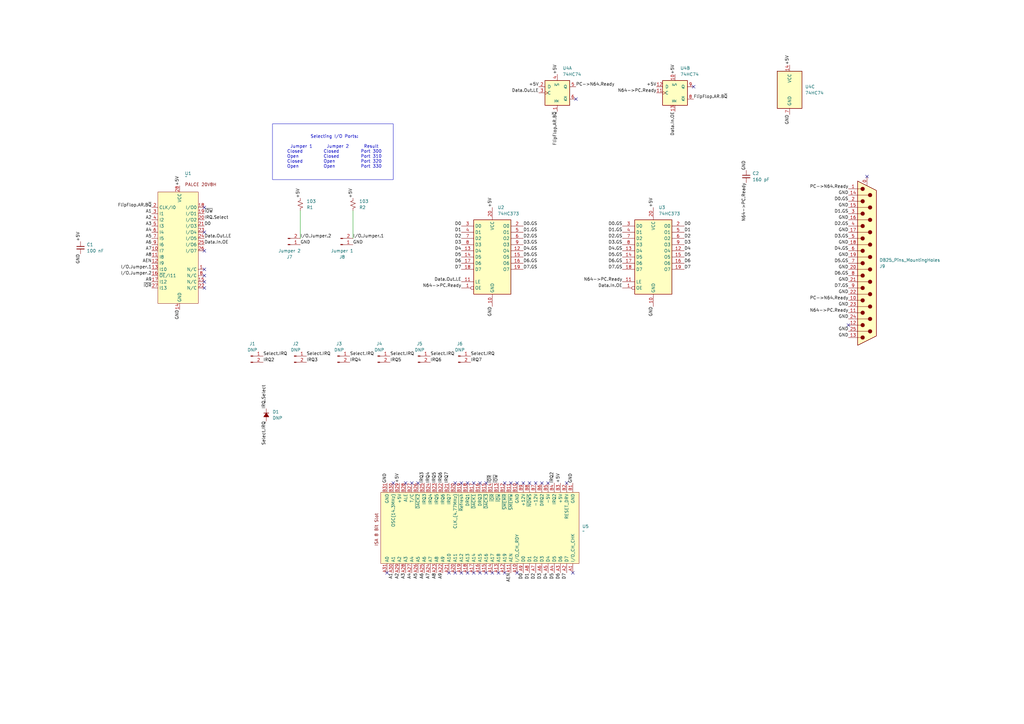
<source format=kicad_sch>
(kicad_sch
	(version 20250114)
	(generator "eeschema")
	(generator_version "9.0")
	(uuid "13a32270-8378-4524-958b-9dd50a159f35")
	(paper "A3")
	(lib_symbols
		(symbol "!REF1190:ISA_Edge_Connector"
			(exclude_from_sim no)
			(in_bom yes)
			(on_board yes)
			(property "Reference" "U"
				(at 0 0 0)
				(effects
					(font
						(size 1.27 1.27)
					)
				)
			)
			(property "Value" ""
				(at 0 0 0)
				(effects
					(font
						(size 1.27 1.27)
					)
				)
			)
			(property "Footprint" ""
				(at 0 0 0)
				(effects
					(font
						(size 1.27 1.27)
					)
					(hide yes)
				)
			)
			(property "Datasheet" ""
				(at 0 0 0)
				(effects
					(font
						(size 1.27 1.27)
					)
					(hide yes)
				)
			)
			(property "Description" ""
				(at 0 0 0)
				(effects
					(font
						(size 1.27 1.27)
					)
					(hide yes)
				)
			)
			(symbol "ISA_Edge_Connector_0_0"
				(pin output line
					(at -17.78 36.83 0)
					(length 3.81)
					(name "A0"
						(effects
							(font
								(size 1.27 1.27)
							)
						)
					)
					(number "A31"
						(effects
							(font
								(size 1.27 1.27)
							)
						)
					)
				)
				(pin output line
					(at -17.78 34.29 0)
					(length 3.81)
					(name "A1"
						(effects
							(font
								(size 1.27 1.27)
							)
						)
					)
					(number "A30"
						(effects
							(font
								(size 1.27 1.27)
							)
						)
					)
				)
				(pin output line
					(at -17.78 31.75 0)
					(length 3.81)
					(name "A2"
						(effects
							(font
								(size 1.27 1.27)
							)
						)
					)
					(number "A29"
						(effects
							(font
								(size 1.27 1.27)
							)
						)
					)
				)
				(pin output line
					(at -17.78 29.21 0)
					(length 3.81)
					(name "A3"
						(effects
							(font
								(size 1.27 1.27)
							)
						)
					)
					(number "A28"
						(effects
							(font
								(size 1.27 1.27)
							)
						)
					)
				)
				(pin output line
					(at -17.78 26.67 0)
					(length 3.81)
					(name "A4"
						(effects
							(font
								(size 1.27 1.27)
							)
						)
					)
					(number "A27"
						(effects
							(font
								(size 1.27 1.27)
							)
						)
					)
				)
				(pin output line
					(at -17.78 24.13 0)
					(length 3.81)
					(name "A5"
						(effects
							(font
								(size 1.27 1.27)
							)
						)
					)
					(number "A26"
						(effects
							(font
								(size 1.27 1.27)
							)
						)
					)
				)
				(pin output line
					(at -17.78 21.59 0)
					(length 3.81)
					(name "A6"
						(effects
							(font
								(size 1.27 1.27)
							)
						)
					)
					(number "A25"
						(effects
							(font
								(size 1.27 1.27)
							)
						)
					)
				)
				(pin output line
					(at -17.78 19.05 0)
					(length 3.81)
					(name "A7"
						(effects
							(font
								(size 1.27 1.27)
							)
						)
					)
					(number "A24"
						(effects
							(font
								(size 1.27 1.27)
							)
						)
					)
				)
				(pin output line
					(at -17.78 16.51 0)
					(length 3.81)
					(name "A8"
						(effects
							(font
								(size 1.27 1.27)
							)
						)
					)
					(number "A23"
						(effects
							(font
								(size 1.27 1.27)
							)
						)
					)
				)
				(pin output line
					(at -17.78 13.97 0)
					(length 3.81)
					(name "A9"
						(effects
							(font
								(size 1.27 1.27)
							)
						)
					)
					(number "A22"
						(effects
							(font
								(size 1.27 1.27)
							)
						)
					)
				)
				(pin output line
					(at -17.78 11.43 0)
					(length 3.81)
					(name "A10"
						(effects
							(font
								(size 1.27 1.27)
							)
						)
					)
					(number "A21"
						(effects
							(font
								(size 1.27 1.27)
							)
						)
					)
				)
				(pin output line
					(at -17.78 8.89 0)
					(length 3.81)
					(name "A11"
						(effects
							(font
								(size 1.27 1.27)
							)
						)
					)
					(number "A20"
						(effects
							(font
								(size 1.27 1.27)
							)
						)
					)
				)
				(pin output line
					(at -17.78 6.35 0)
					(length 3.81)
					(name "A12"
						(effects
							(font
								(size 1.27 1.27)
							)
						)
					)
					(number "A19"
						(effects
							(font
								(size 1.27 1.27)
							)
						)
					)
				)
				(pin output line
					(at -17.78 3.81 0)
					(length 3.81)
					(name "A13"
						(effects
							(font
								(size 1.27 1.27)
							)
						)
					)
					(number "A18"
						(effects
							(font
								(size 1.27 1.27)
							)
						)
					)
				)
				(pin output line
					(at -17.78 1.27 0)
					(length 3.81)
					(name "A14"
						(effects
							(font
								(size 1.27 1.27)
							)
						)
					)
					(number "A17"
						(effects
							(font
								(size 1.27 1.27)
							)
						)
					)
				)
				(pin output line
					(at -17.78 -1.27 0)
					(length 3.81)
					(name "A15"
						(effects
							(font
								(size 1.27 1.27)
							)
						)
					)
					(number "A16"
						(effects
							(font
								(size 1.27 1.27)
							)
						)
					)
				)
				(pin output line
					(at -17.78 -3.81 0)
					(length 3.81)
					(name "A16"
						(effects
							(font
								(size 1.27 1.27)
							)
						)
					)
					(number "A15"
						(effects
							(font
								(size 1.27 1.27)
							)
						)
					)
				)
				(pin output line
					(at -17.78 -6.35 0)
					(length 3.81)
					(name "A17"
						(effects
							(font
								(size 1.27 1.27)
							)
						)
					)
					(number "A14"
						(effects
							(font
								(size 1.27 1.27)
							)
						)
					)
				)
				(pin output line
					(at -17.78 -8.89 0)
					(length 3.81)
					(name "A18"
						(effects
							(font
								(size 1.27 1.27)
							)
						)
					)
					(number "A13"
						(effects
							(font
								(size 1.27 1.27)
							)
						)
					)
				)
				(pin output line
					(at -17.78 -11.43 0)
					(length 3.81)
					(name "A19"
						(effects
							(font
								(size 1.27 1.27)
							)
						)
					)
					(number "A12"
						(effects
							(font
								(size 1.27 1.27)
							)
						)
					)
				)
				(pin output line
					(at -17.78 -13.97 0)
					(length 3.81)
					(name "AEN"
						(effects
							(font
								(size 1.27 1.27)
							)
						)
					)
					(number "A11"
						(effects
							(font
								(size 1.27 1.27)
							)
						)
					)
				)
				(pin input line
					(at -17.78 -16.51 0)
					(length 3.81)
					(name "I/O_CH_RDY"
						(effects
							(font
								(size 1.27 1.27)
							)
						)
					)
					(number "A10"
						(effects
							(font
								(size 1.27 1.27)
							)
						)
					)
				)
				(pin bidirectional line
					(at -17.78 -19.05 0)
					(length 3.81)
					(name "D0"
						(effects
							(font
								(size 1.27 1.27)
							)
						)
					)
					(number "A9"
						(effects
							(font
								(size 1.27 1.27)
							)
						)
					)
				)
				(pin bidirectional line
					(at -17.78 -21.59 0)
					(length 3.81)
					(name "D1"
						(effects
							(font
								(size 1.27 1.27)
							)
						)
					)
					(number "A8"
						(effects
							(font
								(size 1.27 1.27)
							)
						)
					)
				)
				(pin bidirectional line
					(at -17.78 -24.13 0)
					(length 3.81)
					(name "D2"
						(effects
							(font
								(size 1.27 1.27)
							)
						)
					)
					(number "A7"
						(effects
							(font
								(size 1.27 1.27)
							)
						)
					)
				)
				(pin bidirectional line
					(at -17.78 -26.67 0)
					(length 3.81)
					(name "D3"
						(effects
							(font
								(size 1.27 1.27)
							)
						)
					)
					(number "A6"
						(effects
							(font
								(size 1.27 1.27)
							)
						)
					)
				)
				(pin bidirectional line
					(at -17.78 -29.21 0)
					(length 3.81)
					(name "D4"
						(effects
							(font
								(size 1.27 1.27)
							)
						)
					)
					(number "A5"
						(effects
							(font
								(size 1.27 1.27)
							)
						)
					)
				)
				(pin bidirectional line
					(at -17.78 -31.75 0)
					(length 3.81)
					(name "D5"
						(effects
							(font
								(size 1.27 1.27)
							)
						)
					)
					(number "A4"
						(effects
							(font
								(size 1.27 1.27)
							)
						)
					)
				)
				(pin bidirectional line
					(at -17.78 -34.29 0)
					(length 3.81)
					(name "D6"
						(effects
							(font
								(size 1.27 1.27)
							)
						)
					)
					(number "A3"
						(effects
							(font
								(size 1.27 1.27)
							)
						)
					)
				)
				(pin bidirectional line
					(at -17.78 -36.83 0)
					(length 3.81)
					(name "D7"
						(effects
							(font
								(size 1.27 1.27)
							)
						)
					)
					(number "A2"
						(effects
							(font
								(size 1.27 1.27)
							)
						)
					)
				)
				(pin power_out line
					(at 19.05 36.83 180)
					(length 3.81)
					(name "GND"
						(effects
							(font
								(size 1.27 1.27)
							)
						)
					)
					(number "B31"
						(effects
							(font
								(size 1.27 1.27)
							)
						)
					)
				)
				(pin output line
					(at 19.05 34.29 180)
					(length 3.81)
					(name "OSC(14.3MHz)"
						(effects
							(font
								(size 1.27 1.27)
							)
						)
					)
					(number "B30"
						(effects
							(font
								(size 1.27 1.27)
							)
						)
					)
				)
				(pin output line
					(at 19.05 31.75 180)
					(length 3.81)
					(name "+5V"
						(effects
							(font
								(size 1.27 1.27)
							)
						)
					)
					(number "B29"
						(effects
							(font
								(size 1.27 1.27)
							)
						)
					)
				)
				(pin output line
					(at 19.05 29.21 180)
					(length 3.81)
					(name "ALE"
						(effects
							(font
								(size 1.27 1.27)
							)
						)
					)
					(number "B28"
						(effects
							(font
								(size 1.27 1.27)
							)
						)
					)
				)
				(pin output line
					(at 19.05 26.67 180)
					(length 3.81)
					(name "T/C"
						(effects
							(font
								(size 1.27 1.27)
							)
						)
					)
					(number "B27"
						(effects
							(font
								(size 1.27 1.27)
							)
						)
					)
				)
				(pin output line
					(at 19.05 24.13 180)
					(length 3.81)
					(name "~{DACK2}"
						(effects
							(font
								(size 1.27 1.27)
							)
						)
					)
					(number "B26"
						(effects
							(font
								(size 1.27 1.27)
							)
						)
					)
				)
				(pin input line
					(at 19.05 21.59 180)
					(length 3.81)
					(name "IRQ3"
						(effects
							(font
								(size 1.27 1.27)
							)
						)
					)
					(number "B25"
						(effects
							(font
								(size 1.27 1.27)
							)
						)
					)
				)
				(pin input line
					(at 19.05 19.05 180)
					(length 3.81)
					(name "IRQ4"
						(effects
							(font
								(size 1.27 1.27)
							)
						)
					)
					(number "B24"
						(effects
							(font
								(size 1.27 1.27)
							)
						)
					)
				)
				(pin input line
					(at 19.05 16.51 180)
					(length 3.81)
					(name "IRQ5"
						(effects
							(font
								(size 1.27 1.27)
							)
						)
					)
					(number "B23"
						(effects
							(font
								(size 1.27 1.27)
							)
						)
					)
				)
				(pin input line
					(at 19.05 13.97 180)
					(length 3.81)
					(name "IRQ6"
						(effects
							(font
								(size 1.27 1.27)
							)
						)
					)
					(number "B22"
						(effects
							(font
								(size 1.27 1.27)
							)
						)
					)
				)
				(pin input line
					(at 19.05 11.43 180)
					(length 3.81)
					(name "IRQ7"
						(effects
							(font
								(size 1.27 1.27)
							)
						)
					)
					(number "B21"
						(effects
							(font
								(size 1.27 1.27)
							)
						)
					)
				)
				(pin output line
					(at 19.05 8.89 180)
					(length 3.81)
					(name "CLK_(4.77MHz)"
						(effects
							(font
								(size 1.27 1.27)
							)
						)
					)
					(number "B20"
						(effects
							(font
								(size 1.27 1.27)
							)
						)
					)
				)
				(pin bidirectional line
					(at 19.05 6.35 180)
					(length 3.81)
					(name "~{Refresh}"
						(effects
							(font
								(size 1.27 1.27)
							)
						)
					)
					(number "B19"
						(effects
							(font
								(size 1.27 1.27)
							)
						)
					)
				)
				(pin input line
					(at 19.05 3.81 180)
					(length 3.81)
					(name "DRQ1"
						(effects
							(font
								(size 1.27 1.27)
							)
						)
					)
					(number "B18"
						(effects
							(font
								(size 1.27 1.27)
							)
						)
					)
				)
				(pin output line
					(at 19.05 1.27 180)
					(length 3.81)
					(name "~{DACK1}"
						(effects
							(font
								(size 1.27 1.27)
							)
						)
					)
					(number "B17"
						(effects
							(font
								(size 1.27 1.27)
							)
						)
					)
				)
				(pin input line
					(at 19.05 -1.27 180)
					(length 3.81)
					(name "DRQ3"
						(effects
							(font
								(size 1.27 1.27)
							)
						)
					)
					(number "B16"
						(effects
							(font
								(size 1.27 1.27)
							)
						)
					)
				)
				(pin output line
					(at 19.05 -3.81 180)
					(length 3.81)
					(name "~{DACK3}"
						(effects
							(font
								(size 1.27 1.27)
							)
						)
					)
					(number "B15"
						(effects
							(font
								(size 1.27 1.27)
							)
						)
					)
				)
				(pin output line
					(at 19.05 -6.35 180)
					(length 3.81)
					(name "~{IOR}"
						(effects
							(font
								(size 1.27 1.27)
							)
						)
					)
					(number "B14"
						(effects
							(font
								(size 1.27 1.27)
							)
						)
					)
				)
				(pin output line
					(at 19.05 -8.89 180)
					(length 3.81)
					(name "~{IOW}"
						(effects
							(font
								(size 1.27 1.27)
							)
						)
					)
					(number "B13"
						(effects
							(font
								(size 1.27 1.27)
							)
						)
					)
				)
				(pin output line
					(at 19.05 -11.43 180)
					(length 3.81)
					(name "~{SMEMR}"
						(effects
							(font
								(size 1.27 1.27)
							)
						)
					)
					(number "B12"
						(effects
							(font
								(size 1.27 1.27)
							)
						)
					)
				)
				(pin output line
					(at 19.05 -13.97 180)
					(length 3.81)
					(name "~{SMEMW}"
						(effects
							(font
								(size 1.27 1.27)
							)
						)
					)
					(number "B11"
						(effects
							(font
								(size 1.27 1.27)
							)
						)
					)
				)
				(pin power_out line
					(at 19.05 -16.51 180)
					(length 3.81)
					(name "GND"
						(effects
							(font
								(size 1.27 1.27)
							)
						)
					)
					(number "B10"
						(effects
							(font
								(size 1.27 1.27)
							)
						)
					)
				)
				(pin power_out line
					(at 19.05 -19.05 180)
					(length 3.81)
					(name "+12V"
						(effects
							(font
								(size 1.27 1.27)
							)
						)
					)
					(number "B9"
						(effects
							(font
								(size 1.27 1.27)
							)
						)
					)
				)
				(pin input line
					(at 19.05 -21.59 180)
					(length 3.81)
					(name "~{NOWS}"
						(effects
							(font
								(size 1.27 1.27)
							)
						)
					)
					(number "B8"
						(effects
							(font
								(size 1.27 1.27)
							)
						)
					)
				)
				(pin power_out line
					(at 19.05 -24.13 180)
					(length 3.81)
					(name "-12V"
						(effects
							(font
								(size 1.27 1.27)
							)
						)
					)
					(number "B7"
						(effects
							(font
								(size 1.27 1.27)
							)
						)
					)
				)
				(pin input line
					(at 19.05 -26.67 180)
					(length 3.81)
					(name "DRQ2"
						(effects
							(font
								(size 1.27 1.27)
							)
						)
					)
					(number "B6"
						(effects
							(font
								(size 1.27 1.27)
							)
						)
					)
				)
				(pin power_out line
					(at 19.05 -29.21 180)
					(length 3.81)
					(name "-5V"
						(effects
							(font
								(size 1.27 1.27)
							)
						)
					)
					(number "B5"
						(effects
							(font
								(size 1.27 1.27)
							)
						)
					)
				)
				(pin input line
					(at 19.05 -31.75 180)
					(length 3.81)
					(name "IRQ2"
						(effects
							(font
								(size 1.27 1.27)
							)
						)
					)
					(number "B4"
						(effects
							(font
								(size 1.27 1.27)
							)
						)
					)
				)
				(pin power_out line
					(at 19.05 -34.29 180)
					(length 3.81)
					(name "+5V"
						(effects
							(font
								(size 1.27 1.27)
							)
						)
					)
					(number "B3"
						(effects
							(font
								(size 1.27 1.27)
							)
						)
					)
				)
				(pin output line
					(at 19.05 -36.83 180)
					(length 3.81)
					(name "RESET_DRV"
						(effects
							(font
								(size 1.27 1.27)
							)
						)
					)
					(number "B2"
						(effects
							(font
								(size 1.27 1.27)
							)
						)
					)
				)
				(pin power_out line
					(at 19.05 -39.37 180)
					(length 3.81)
					(name "GND"
						(effects
							(font
								(size 1.27 1.27)
							)
						)
					)
					(number "B1"
						(effects
							(font
								(size 1.27 1.27)
							)
						)
					)
				)
			)
			(symbol "ISA_Edge_Connector_1_0"
				(pin input line
					(at -17.78 -39.37 0)
					(length 3.81)
					(name "I/O_CH_CHK"
						(effects
							(font
								(size 1.27 1.27)
							)
						)
					)
					(number "A1"
						(effects
							(font
								(size 1.27 1.27)
							)
						)
					)
				)
			)
			(symbol "ISA_Edge_Connector_1_1"
				(rectangle
					(start -13.97 39.37)
					(end 15.24 -41.91)
					(stroke
						(width 0)
						(type solid)
					)
					(fill
						(type background)
					)
				)
				(text "ISA 8 Bit Slot"
					(at 0 41.148 0)
					(effects
						(font
							(size 1.27 1.27)
						)
					)
				)
			)
			(embedded_fonts no)
		)
		(symbol "!REF1190:PALCE_20V8H"
			(exclude_from_sim no)
			(in_bom yes)
			(on_board yes)
			(property "Reference" "U"
				(at 0 0 0)
				(effects
					(font
						(size 1.27 1.27)
					)
				)
			)
			(property "Value" ""
				(at 0 0 0)
				(effects
					(font
						(size 1.27 1.27)
					)
				)
			)
			(property "Footprint" ""
				(at 0 0 0)
				(effects
					(font
						(size 1.27 1.27)
					)
					(hide yes)
				)
			)
			(property "Datasheet" ""
				(at 0 0 0)
				(effects
					(font
						(size 1.27 1.27)
					)
					(hide yes)
				)
			)
			(property "Description" ""
				(at 0 0 0)
				(effects
					(font
						(size 1.27 1.27)
					)
					(hide yes)
				)
			)
			(symbol "PALCE_20V8H_0_0"
				(pin input line
					(at -11.43 16.51 0)
					(length 2.54)
					(name "CLK/I0"
						(effects
							(font
								(size 1.27 1.27)
							)
						)
					)
					(number "2"
						(effects
							(font
								(size 1.27 1.27)
							)
						)
					)
				)
				(pin input line
					(at -11.43 13.97 0)
					(length 2.54)
					(name "I1"
						(effects
							(font
								(size 1.27 1.27)
							)
						)
					)
					(number "3"
						(effects
							(font
								(size 1.27 1.27)
							)
						)
					)
				)
				(pin input line
					(at -11.43 11.43 0)
					(length 2.54)
					(name "I2"
						(effects
							(font
								(size 1.27 1.27)
							)
						)
					)
					(number "4"
						(effects
							(font
								(size 1.27 1.27)
							)
						)
					)
				)
				(pin input line
					(at -11.43 8.89 0)
					(length 2.54)
					(name "I3"
						(effects
							(font
								(size 1.27 1.27)
							)
						)
					)
					(number "5"
						(effects
							(font
								(size 1.27 1.27)
							)
						)
					)
				)
				(pin input line
					(at -11.43 6.35 0)
					(length 2.54)
					(name "I4"
						(effects
							(font
								(size 1.27 1.27)
							)
						)
					)
					(number "6"
						(effects
							(font
								(size 1.27 1.27)
							)
						)
					)
				)
				(pin input line
					(at -11.43 3.81 0)
					(length 2.54)
					(name "I5"
						(effects
							(font
								(size 1.27 1.27)
							)
						)
					)
					(number "7"
						(effects
							(font
								(size 1.27 1.27)
							)
						)
					)
				)
				(pin input line
					(at -11.43 1.27 0)
					(length 2.54)
					(name "I6"
						(effects
							(font
								(size 1.27 1.27)
							)
						)
					)
					(number "9"
						(effects
							(font
								(size 1.27 1.27)
							)
						)
					)
				)
				(pin input line
					(at -11.43 -1.27 0)
					(length 2.54)
					(name "I7"
						(effects
							(font
								(size 1.27 1.27)
							)
						)
					)
					(number "10"
						(effects
							(font
								(size 1.27 1.27)
							)
						)
					)
				)
				(pin input line
					(at -11.43 -3.81 0)
					(length 2.54)
					(name "I8"
						(effects
							(font
								(size 1.27 1.27)
							)
						)
					)
					(number "11"
						(effects
							(font
								(size 1.27 1.27)
							)
						)
					)
				)
				(pin input line
					(at -11.43 -6.35 0)
					(length 2.54)
					(name "I9"
						(effects
							(font
								(size 1.27 1.27)
							)
						)
					)
					(number "12"
						(effects
							(font
								(size 1.27 1.27)
							)
						)
					)
				)
				(pin input line
					(at -11.43 -8.89 0)
					(length 2.54)
					(name "I10"
						(effects
							(font
								(size 1.27 1.27)
							)
						)
					)
					(number "13"
						(effects
							(font
								(size 1.27 1.27)
							)
						)
					)
				)
				(pin input line
					(at -11.43 -11.43 0)
					(length 2.54)
					(name "~{OE}/I11"
						(effects
							(font
								(size 1.27 1.27)
							)
						)
					)
					(number "16"
						(effects
							(font
								(size 1.27 1.27)
							)
						)
					)
				)
				(pin input line
					(at -11.43 -13.97 0)
					(length 2.54)
					(name "I12"
						(effects
							(font
								(size 1.27 1.27)
							)
						)
					)
					(number "17"
						(effects
							(font
								(size 1.27 1.27)
							)
						)
					)
				)
				(pin input line
					(at -11.43 -16.51 0)
					(length 2.54)
					(name "I13"
						(effects
							(font
								(size 1.27 1.27)
							)
						)
					)
					(number "27"
						(effects
							(font
								(size 1.27 1.27)
							)
						)
					)
				)
				(pin power_in line
					(at 0 25.4 270)
					(length 2.54)
					(name "VCC"
						(effects
							(font
								(size 1.27 1.27)
							)
						)
					)
					(number "28"
						(effects
							(font
								(size 1.27 1.27)
							)
						)
					)
				)
				(pin power_in line
					(at 0 -25.4 90)
					(length 2.54)
					(name "GND"
						(effects
							(font
								(size 1.27 1.27)
							)
						)
					)
					(number "14"
						(effects
							(font
								(size 1.27 1.27)
							)
						)
					)
				)
				(pin bidirectional line
					(at 10.16 16.51 180)
					(length 2.54)
					(name "I/O0"
						(effects
							(font
								(size 1.27 1.27)
							)
						)
					)
					(number "18"
						(effects
							(font
								(size 1.27 1.27)
							)
						)
					)
				)
				(pin bidirectional line
					(at 10.16 13.97 180)
					(length 2.54)
					(name "I/O1"
						(effects
							(font
								(size 1.27 1.27)
							)
						)
					)
					(number "19"
						(effects
							(font
								(size 1.27 1.27)
							)
						)
					)
				)
				(pin bidirectional line
					(at 10.16 11.43 180)
					(length 2.54)
					(name "I/O2"
						(effects
							(font
								(size 1.27 1.27)
							)
						)
					)
					(number "20"
						(effects
							(font
								(size 1.27 1.27)
							)
						)
					)
				)
				(pin bidirectional line
					(at 10.16 8.89 180)
					(length 2.54)
					(name "I/O3"
						(effects
							(font
								(size 1.27 1.27)
							)
						)
					)
					(number "21"
						(effects
							(font
								(size 1.27 1.27)
							)
						)
					)
				)
				(pin bidirectional line
					(at 10.16 6.35 180)
					(length 2.54)
					(name "I/O4"
						(effects
							(font
								(size 1.27 1.27)
							)
						)
					)
					(number "23"
						(effects
							(font
								(size 1.27 1.27)
							)
						)
					)
				)
				(pin bidirectional line
					(at 10.16 3.81 180)
					(length 2.54)
					(name "I/O5"
						(effects
							(font
								(size 1.27 1.27)
							)
						)
					)
					(number "24"
						(effects
							(font
								(size 1.27 1.27)
							)
						)
					)
				)
				(pin bidirectional line
					(at 10.16 1.27 180)
					(length 2.54)
					(name "I/O6"
						(effects
							(font
								(size 1.27 1.27)
							)
						)
					)
					(number "25"
						(effects
							(font
								(size 1.27 1.27)
							)
						)
					)
				)
				(pin bidirectional line
					(at 10.16 -1.27 180)
					(length 2.54)
					(name "I/O7"
						(effects
							(font
								(size 1.27 1.27)
							)
						)
					)
					(number "26"
						(effects
							(font
								(size 1.27 1.27)
							)
						)
					)
				)
				(pin passive line
					(at 10.16 -8.89 180)
					(length 2.54)
					(name "N/C"
						(effects
							(font
								(size 1.27 1.27)
							)
						)
					)
					(number "1"
						(effects
							(font
								(size 1.27 1.27)
							)
						)
					)
				)
				(pin passive line
					(at 10.16 -11.43 180)
					(length 2.54)
					(name "N/C"
						(effects
							(font
								(size 1.27 1.27)
							)
						)
					)
					(number "8"
						(effects
							(font
								(size 1.27 1.27)
							)
						)
					)
				)
				(pin passive line
					(at 10.16 -13.97 180)
					(length 2.54)
					(name "N/C"
						(effects
							(font
								(size 1.27 1.27)
							)
						)
					)
					(number "15"
						(effects
							(font
								(size 1.27 1.27)
							)
						)
					)
				)
			)
			(symbol "PALCE_20V8H_1_0"
				(pin passive line
					(at 10.16 -16.51 180)
					(length 2.54)
					(name "N/C"
						(effects
							(font
								(size 1.27 1.27)
							)
						)
					)
					(number "22"
						(effects
							(font
								(size 1.27 1.27)
							)
						)
					)
				)
			)
			(symbol "PALCE_20V8H_1_1"
				(rectangle
					(start -8.89 22.86)
					(end 7.62 -22.86)
					(stroke
						(width 0)
						(type solid)
					)
					(fill
						(type background)
					)
				)
				(text "PALCE 20V8H"
					(at 8.636 25.908 0)
					(effects
						(font
							(size 1.27 1.27)
						)
					)
				)
			)
			(embedded_fonts no)
		)
		(symbol "74xx:74HC373"
			(exclude_from_sim no)
			(in_bom yes)
			(on_board yes)
			(property "Reference" "U"
				(at -7.62 16.51 0)
				(effects
					(font
						(size 1.27 1.27)
					)
				)
			)
			(property "Value" "74HC373"
				(at -7.62 -16.51 0)
				(effects
					(font
						(size 1.27 1.27)
					)
				)
			)
			(property "Footprint" ""
				(at 0 0 0)
				(effects
					(font
						(size 1.27 1.27)
					)
					(hide yes)
				)
			)
			(property "Datasheet" "https://www.ti.com/lit/ds/symlink/cd54hc373.pdf"
				(at 0 0 0)
				(effects
					(font
						(size 1.27 1.27)
					)
					(hide yes)
				)
			)
			(property "Description" "8-bit Latch, 3-state outputs"
				(at 0 0 0)
				(effects
					(font
						(size 1.27 1.27)
					)
					(hide yes)
				)
			)
			(property "ki_keywords" "HCMOS REG DFF DFF8 LATCH"
				(at 0 0 0)
				(effects
					(font
						(size 1.27 1.27)
					)
					(hide yes)
				)
			)
			(property "ki_fp_filters" "DIP?20* SOIC?20* SO?20* SSOP?20* TSSOP?20*"
				(at 0 0 0)
				(effects
					(font
						(size 1.27 1.27)
					)
					(hide yes)
				)
			)
			(symbol "74HC373_1_0"
				(pin input line
					(at -12.7 12.7 0)
					(length 5.08)
					(name "D0"
						(effects
							(font
								(size 1.27 1.27)
							)
						)
					)
					(number "3"
						(effects
							(font
								(size 1.27 1.27)
							)
						)
					)
				)
				(pin input line
					(at -12.7 10.16 0)
					(length 5.08)
					(name "D1"
						(effects
							(font
								(size 1.27 1.27)
							)
						)
					)
					(number "4"
						(effects
							(font
								(size 1.27 1.27)
							)
						)
					)
				)
				(pin input line
					(at -12.7 7.62 0)
					(length 5.08)
					(name "D2"
						(effects
							(font
								(size 1.27 1.27)
							)
						)
					)
					(number "7"
						(effects
							(font
								(size 1.27 1.27)
							)
						)
					)
				)
				(pin input line
					(at -12.7 5.08 0)
					(length 5.08)
					(name "D3"
						(effects
							(font
								(size 1.27 1.27)
							)
						)
					)
					(number "8"
						(effects
							(font
								(size 1.27 1.27)
							)
						)
					)
				)
				(pin input line
					(at -12.7 2.54 0)
					(length 5.08)
					(name "D4"
						(effects
							(font
								(size 1.27 1.27)
							)
						)
					)
					(number "13"
						(effects
							(font
								(size 1.27 1.27)
							)
						)
					)
				)
				(pin input line
					(at -12.7 0 0)
					(length 5.08)
					(name "D5"
						(effects
							(font
								(size 1.27 1.27)
							)
						)
					)
					(number "14"
						(effects
							(font
								(size 1.27 1.27)
							)
						)
					)
				)
				(pin input line
					(at -12.7 -2.54 0)
					(length 5.08)
					(name "D6"
						(effects
							(font
								(size 1.27 1.27)
							)
						)
					)
					(number "17"
						(effects
							(font
								(size 1.27 1.27)
							)
						)
					)
				)
				(pin input line
					(at -12.7 -5.08 0)
					(length 5.08)
					(name "D7"
						(effects
							(font
								(size 1.27 1.27)
							)
						)
					)
					(number "18"
						(effects
							(font
								(size 1.27 1.27)
							)
						)
					)
				)
				(pin input line
					(at -12.7 -10.16 0)
					(length 5.08)
					(name "LE"
						(effects
							(font
								(size 1.27 1.27)
							)
						)
					)
					(number "11"
						(effects
							(font
								(size 1.27 1.27)
							)
						)
					)
				)
				(pin input inverted
					(at -12.7 -12.7 0)
					(length 5.08)
					(name "OE"
						(effects
							(font
								(size 1.27 1.27)
							)
						)
					)
					(number "1"
						(effects
							(font
								(size 1.27 1.27)
							)
						)
					)
				)
				(pin power_in line
					(at 0 20.32 270)
					(length 5.08)
					(name "VCC"
						(effects
							(font
								(size 1.27 1.27)
							)
						)
					)
					(number "20"
						(effects
							(font
								(size 1.27 1.27)
							)
						)
					)
				)
				(pin power_in line
					(at 0 -20.32 90)
					(length 5.08)
					(name "GND"
						(effects
							(font
								(size 1.27 1.27)
							)
						)
					)
					(number "10"
						(effects
							(font
								(size 1.27 1.27)
							)
						)
					)
				)
				(pin tri_state line
					(at 12.7 12.7 180)
					(length 5.08)
					(name "O0"
						(effects
							(font
								(size 1.27 1.27)
							)
						)
					)
					(number "2"
						(effects
							(font
								(size 1.27 1.27)
							)
						)
					)
				)
				(pin tri_state line
					(at 12.7 10.16 180)
					(length 5.08)
					(name "O1"
						(effects
							(font
								(size 1.27 1.27)
							)
						)
					)
					(number "5"
						(effects
							(font
								(size 1.27 1.27)
							)
						)
					)
				)
				(pin tri_state line
					(at 12.7 7.62 180)
					(length 5.08)
					(name "O2"
						(effects
							(font
								(size 1.27 1.27)
							)
						)
					)
					(number "6"
						(effects
							(font
								(size 1.27 1.27)
							)
						)
					)
				)
				(pin tri_state line
					(at 12.7 5.08 180)
					(length 5.08)
					(name "O3"
						(effects
							(font
								(size 1.27 1.27)
							)
						)
					)
					(number "9"
						(effects
							(font
								(size 1.27 1.27)
							)
						)
					)
				)
				(pin tri_state line
					(at 12.7 2.54 180)
					(length 5.08)
					(name "O4"
						(effects
							(font
								(size 1.27 1.27)
							)
						)
					)
					(number "12"
						(effects
							(font
								(size 1.27 1.27)
							)
						)
					)
				)
				(pin tri_state line
					(at 12.7 0 180)
					(length 5.08)
					(name "O5"
						(effects
							(font
								(size 1.27 1.27)
							)
						)
					)
					(number "15"
						(effects
							(font
								(size 1.27 1.27)
							)
						)
					)
				)
				(pin tri_state line
					(at 12.7 -2.54 180)
					(length 5.08)
					(name "O6"
						(effects
							(font
								(size 1.27 1.27)
							)
						)
					)
					(number "16"
						(effects
							(font
								(size 1.27 1.27)
							)
						)
					)
				)
				(pin tri_state line
					(at 12.7 -5.08 180)
					(length 5.08)
					(name "O7"
						(effects
							(font
								(size 1.27 1.27)
							)
						)
					)
					(number "19"
						(effects
							(font
								(size 1.27 1.27)
							)
						)
					)
				)
			)
			(symbol "74HC373_1_1"
				(rectangle
					(start -7.62 15.24)
					(end 7.62 -15.24)
					(stroke
						(width 0.254)
						(type default)
					)
					(fill
						(type background)
					)
				)
			)
			(embedded_fonts no)
		)
		(symbol "74xx:74HC74"
			(pin_names
				(offset 1.016)
			)
			(exclude_from_sim no)
			(in_bom yes)
			(on_board yes)
			(property "Reference" "U"
				(at -7.62 8.89 0)
				(effects
					(font
						(size 1.27 1.27)
					)
				)
			)
			(property "Value" "74HC74"
				(at -7.62 -8.89 0)
				(effects
					(font
						(size 1.27 1.27)
					)
				)
			)
			(property "Footprint" ""
				(at 0 0 0)
				(effects
					(font
						(size 1.27 1.27)
					)
					(hide yes)
				)
			)
			(property "Datasheet" "74xx/74hc_hct74.pdf"
				(at 0 0 0)
				(effects
					(font
						(size 1.27 1.27)
					)
					(hide yes)
				)
			)
			(property "Description" "Dual D Flip-flop, Set & Reset"
				(at 0 0 0)
				(effects
					(font
						(size 1.27 1.27)
					)
					(hide yes)
				)
			)
			(property "ki_locked" ""
				(at 0 0 0)
				(effects
					(font
						(size 1.27 1.27)
					)
				)
			)
			(property "ki_keywords" "TTL DFF"
				(at 0 0 0)
				(effects
					(font
						(size 1.27 1.27)
					)
					(hide yes)
				)
			)
			(property "ki_fp_filters" "DIP*W7.62mm*"
				(at 0 0 0)
				(effects
					(font
						(size 1.27 1.27)
					)
					(hide yes)
				)
			)
			(symbol "74HC74_1_0"
				(pin input line
					(at -7.62 2.54 0)
					(length 2.54)
					(name "D"
						(effects
							(font
								(size 1.27 1.27)
							)
						)
					)
					(number "2"
						(effects
							(font
								(size 1.27 1.27)
							)
						)
					)
				)
				(pin input clock
					(at -7.62 0 0)
					(length 2.54)
					(name "C"
						(effects
							(font
								(size 1.27 1.27)
							)
						)
					)
					(number "3"
						(effects
							(font
								(size 1.27 1.27)
							)
						)
					)
				)
				(pin input line
					(at 0 7.62 270)
					(length 2.54)
					(name "~{S}"
						(effects
							(font
								(size 1.27 1.27)
							)
						)
					)
					(number "4"
						(effects
							(font
								(size 1.27 1.27)
							)
						)
					)
				)
				(pin input line
					(at 0 -7.62 90)
					(length 2.54)
					(name "~{R}"
						(effects
							(font
								(size 1.27 1.27)
							)
						)
					)
					(number "1"
						(effects
							(font
								(size 1.27 1.27)
							)
						)
					)
				)
				(pin output line
					(at 7.62 2.54 180)
					(length 2.54)
					(name "Q"
						(effects
							(font
								(size 1.27 1.27)
							)
						)
					)
					(number "5"
						(effects
							(font
								(size 1.27 1.27)
							)
						)
					)
				)
				(pin output line
					(at 7.62 -2.54 180)
					(length 2.54)
					(name "~{Q}"
						(effects
							(font
								(size 1.27 1.27)
							)
						)
					)
					(number "6"
						(effects
							(font
								(size 1.27 1.27)
							)
						)
					)
				)
			)
			(symbol "74HC74_1_1"
				(rectangle
					(start -5.08 5.08)
					(end 5.08 -5.08)
					(stroke
						(width 0.254)
						(type default)
					)
					(fill
						(type background)
					)
				)
			)
			(symbol "74HC74_2_0"
				(pin input line
					(at -7.62 2.54 0)
					(length 2.54)
					(name "D"
						(effects
							(font
								(size 1.27 1.27)
							)
						)
					)
					(number "12"
						(effects
							(font
								(size 1.27 1.27)
							)
						)
					)
				)
				(pin input clock
					(at -7.62 0 0)
					(length 2.54)
					(name "C"
						(effects
							(font
								(size 1.27 1.27)
							)
						)
					)
					(number "11"
						(effects
							(font
								(size 1.27 1.27)
							)
						)
					)
				)
				(pin input line
					(at 0 7.62 270)
					(length 2.54)
					(name "~{S}"
						(effects
							(font
								(size 1.27 1.27)
							)
						)
					)
					(number "10"
						(effects
							(font
								(size 1.27 1.27)
							)
						)
					)
				)
				(pin input line
					(at 0 -7.62 90)
					(length 2.54)
					(name "~{R}"
						(effects
							(font
								(size 1.27 1.27)
							)
						)
					)
					(number "13"
						(effects
							(font
								(size 1.27 1.27)
							)
						)
					)
				)
				(pin output line
					(at 7.62 2.54 180)
					(length 2.54)
					(name "Q"
						(effects
							(font
								(size 1.27 1.27)
							)
						)
					)
					(number "9"
						(effects
							(font
								(size 1.27 1.27)
							)
						)
					)
				)
				(pin output line
					(at 7.62 -2.54 180)
					(length 2.54)
					(name "~{Q}"
						(effects
							(font
								(size 1.27 1.27)
							)
						)
					)
					(number "8"
						(effects
							(font
								(size 1.27 1.27)
							)
						)
					)
				)
			)
			(symbol "74HC74_2_1"
				(rectangle
					(start -5.08 5.08)
					(end 5.08 -5.08)
					(stroke
						(width 0.254)
						(type default)
					)
					(fill
						(type background)
					)
				)
			)
			(symbol "74HC74_3_0"
				(pin power_in line
					(at 0 10.16 270)
					(length 2.54)
					(name "VCC"
						(effects
							(font
								(size 1.27 1.27)
							)
						)
					)
					(number "14"
						(effects
							(font
								(size 1.27 1.27)
							)
						)
					)
				)
				(pin power_in line
					(at 0 -10.16 90)
					(length 2.54)
					(name "GND"
						(effects
							(font
								(size 1.27 1.27)
							)
						)
					)
					(number "7"
						(effects
							(font
								(size 1.27 1.27)
							)
						)
					)
				)
			)
			(symbol "74HC74_3_1"
				(rectangle
					(start -5.08 7.62)
					(end 5.08 -7.62)
					(stroke
						(width 0.254)
						(type default)
					)
					(fill
						(type background)
					)
				)
			)
			(embedded_fonts no)
		)
		(symbol "Connector:Conn_01x02_Pin"
			(pin_names
				(offset 1.016)
				(hide yes)
			)
			(exclude_from_sim no)
			(in_bom yes)
			(on_board yes)
			(property "Reference" "J"
				(at 0 2.54 0)
				(effects
					(font
						(size 1.27 1.27)
					)
				)
			)
			(property "Value" "Conn_01x02_Pin"
				(at 0 -5.08 0)
				(effects
					(font
						(size 1.27 1.27)
					)
				)
			)
			(property "Footprint" ""
				(at 0 0 0)
				(effects
					(font
						(size 1.27 1.27)
					)
					(hide yes)
				)
			)
			(property "Datasheet" "~"
				(at 0 0 0)
				(effects
					(font
						(size 1.27 1.27)
					)
					(hide yes)
				)
			)
			(property "Description" "Generic connector, single row, 01x02, script generated"
				(at 0 0 0)
				(effects
					(font
						(size 1.27 1.27)
					)
					(hide yes)
				)
			)
			(property "ki_locked" ""
				(at 0 0 0)
				(effects
					(font
						(size 1.27 1.27)
					)
				)
			)
			(property "ki_keywords" "connector"
				(at 0 0 0)
				(effects
					(font
						(size 1.27 1.27)
					)
					(hide yes)
				)
			)
			(property "ki_fp_filters" "Connector*:*_1x??_*"
				(at 0 0 0)
				(effects
					(font
						(size 1.27 1.27)
					)
					(hide yes)
				)
			)
			(symbol "Conn_01x02_Pin_1_1"
				(rectangle
					(start 0.8636 0.127)
					(end 0 -0.127)
					(stroke
						(width 0.1524)
						(type default)
					)
					(fill
						(type outline)
					)
				)
				(rectangle
					(start 0.8636 -2.413)
					(end 0 -2.667)
					(stroke
						(width 0.1524)
						(type default)
					)
					(fill
						(type outline)
					)
				)
				(polyline
					(pts
						(xy 1.27 0) (xy 0.8636 0)
					)
					(stroke
						(width 0.1524)
						(type default)
					)
					(fill
						(type none)
					)
				)
				(polyline
					(pts
						(xy 1.27 -2.54) (xy 0.8636 -2.54)
					)
					(stroke
						(width 0.1524)
						(type default)
					)
					(fill
						(type none)
					)
				)
				(pin passive line
					(at 5.08 0 180)
					(length 3.81)
					(name "Pin_1"
						(effects
							(font
								(size 1.27 1.27)
							)
						)
					)
					(number "1"
						(effects
							(font
								(size 1.27 1.27)
							)
						)
					)
				)
				(pin passive line
					(at 5.08 -2.54 180)
					(length 3.81)
					(name "Pin_2"
						(effects
							(font
								(size 1.27 1.27)
							)
						)
					)
					(number "2"
						(effects
							(font
								(size 1.27 1.27)
							)
						)
					)
				)
			)
			(embedded_fonts no)
		)
		(symbol "Connector:DB25_Pins_MountingHoles"
			(pin_names
				(offset 1.016)
				(hide yes)
			)
			(exclude_from_sim no)
			(in_bom yes)
			(on_board yes)
			(property "Reference" "J"
				(at 0 36.83 0)
				(effects
					(font
						(size 1.27 1.27)
					)
				)
			)
			(property "Value" "DB25_Pins_MountingHoles"
				(at 0 34.925 0)
				(effects
					(font
						(size 1.27 1.27)
					)
				)
			)
			(property "Footprint" ""
				(at 0 0 0)
				(effects
					(font
						(size 1.27 1.27)
					)
					(hide yes)
				)
			)
			(property "Datasheet" "~"
				(at 0 0 0)
				(effects
					(font
						(size 1.27 1.27)
					)
					(hide yes)
				)
			)
			(property "Description" "25-pin D-SUB connector, pins (male), Mounting Hole"
				(at 0 0 0)
				(effects
					(font
						(size 1.27 1.27)
					)
					(hide yes)
				)
			)
			(property "ki_keywords" "DSUB"
				(at 0 0 0)
				(effects
					(font
						(size 1.27 1.27)
					)
					(hide yes)
				)
			)
			(property "ki_fp_filters" "DSUB*Pins*"
				(at 0 0 0)
				(effects
					(font
						(size 1.27 1.27)
					)
					(hide yes)
				)
			)
			(symbol "DB25_Pins_MountingHoles_0_1"
				(polyline
					(pts
						(xy -3.81 30.48) (xy -2.54 30.48)
					)
					(stroke
						(width 0)
						(type default)
					)
					(fill
						(type none)
					)
				)
				(polyline
					(pts
						(xy -3.81 27.94) (xy 0.508 27.94)
					)
					(stroke
						(width 0)
						(type default)
					)
					(fill
						(type none)
					)
				)
				(polyline
					(pts
						(xy -3.81 25.4) (xy -2.54 25.4)
					)
					(stroke
						(width 0)
						(type default)
					)
					(fill
						(type none)
					)
				)
				(polyline
					(pts
						(xy -3.81 22.86) (xy 0.508 22.86)
					)
					(stroke
						(width 0)
						(type default)
					)
					(fill
						(type none)
					)
				)
				(polyline
					(pts
						(xy -3.81 20.32) (xy -2.54 20.32)
					)
					(stroke
						(width 0)
						(type default)
					)
					(fill
						(type none)
					)
				)
				(polyline
					(pts
						(xy -3.81 17.78) (xy 0.508 17.78)
					)
					(stroke
						(width 0)
						(type default)
					)
					(fill
						(type none)
					)
				)
				(polyline
					(pts
						(xy -3.81 15.24) (xy -2.54 15.24)
					)
					(stroke
						(width 0)
						(type default)
					)
					(fill
						(type none)
					)
				)
				(polyline
					(pts
						(xy -3.81 12.7) (xy 0.508 12.7)
					)
					(stroke
						(width 0)
						(type default)
					)
					(fill
						(type none)
					)
				)
				(polyline
					(pts
						(xy -3.81 10.16) (xy -2.54 10.16)
					)
					(stroke
						(width 0)
						(type default)
					)
					(fill
						(type none)
					)
				)
				(polyline
					(pts
						(xy -3.81 7.62) (xy 0.508 7.62)
					)
					(stroke
						(width 0)
						(type default)
					)
					(fill
						(type none)
					)
				)
				(polyline
					(pts
						(xy -3.81 5.08) (xy -2.54 5.08)
					)
					(stroke
						(width 0)
						(type default)
					)
					(fill
						(type none)
					)
				)
				(polyline
					(pts
						(xy -3.81 2.54) (xy 0.508 2.54)
					)
					(stroke
						(width 0)
						(type default)
					)
					(fill
						(type none)
					)
				)
				(polyline
					(pts
						(xy -3.81 0) (xy -2.54 0)
					)
					(stroke
						(width 0)
						(type default)
					)
					(fill
						(type none)
					)
				)
				(polyline
					(pts
						(xy -3.81 -2.54) (xy 0.508 -2.54)
					)
					(stroke
						(width 0)
						(type default)
					)
					(fill
						(type none)
					)
				)
				(polyline
					(pts
						(xy -3.81 -5.08) (xy -2.54 -5.08)
					)
					(stroke
						(width 0)
						(type default)
					)
					(fill
						(type none)
					)
				)
				(polyline
					(pts
						(xy -3.81 -7.62) (xy 0.508 -7.62)
					)
					(stroke
						(width 0)
						(type default)
					)
					(fill
						(type none)
					)
				)
				(polyline
					(pts
						(xy -3.81 -10.16) (xy -2.54 -10.16)
					)
					(stroke
						(width 0)
						(type default)
					)
					(fill
						(type none)
					)
				)
				(polyline
					(pts
						(xy -3.81 -12.7) (xy 0.508 -12.7)
					)
					(stroke
						(width 0)
						(type default)
					)
					(fill
						(type none)
					)
				)
				(polyline
					(pts
						(xy -3.81 -15.24) (xy -2.54 -15.24)
					)
					(stroke
						(width 0)
						(type default)
					)
					(fill
						(type none)
					)
				)
				(polyline
					(pts
						(xy -3.81 -17.78) (xy 0.508 -17.78)
					)
					(stroke
						(width 0)
						(type default)
					)
					(fill
						(type none)
					)
				)
				(polyline
					(pts
						(xy -3.81 -20.32) (xy -2.54 -20.32)
					)
					(stroke
						(width 0)
						(type default)
					)
					(fill
						(type none)
					)
				)
				(polyline
					(pts
						(xy -3.81 -22.86) (xy 0.508 -22.86)
					)
					(stroke
						(width 0)
						(type default)
					)
					(fill
						(type none)
					)
				)
				(polyline
					(pts
						(xy -3.81 -25.4) (xy -2.54 -25.4)
					)
					(stroke
						(width 0)
						(type default)
					)
					(fill
						(type none)
					)
				)
				(polyline
					(pts
						(xy -3.81 -27.94) (xy 0.508 -27.94)
					)
					(stroke
						(width 0)
						(type default)
					)
					(fill
						(type none)
					)
				)
				(polyline
					(pts
						(xy -3.81 -30.48) (xy -2.54 -30.48)
					)
					(stroke
						(width 0)
						(type default)
					)
					(fill
						(type none)
					)
				)
				(polyline
					(pts
						(xy -3.81 -33.655) (xy 3.81 -29.845) (xy 3.81 29.845) (xy -3.81 33.655) (xy -3.81 -33.655)
					)
					(stroke
						(width 0.254)
						(type default)
					)
					(fill
						(type background)
					)
				)
				(circle
					(center -1.778 30.48)
					(radius 0.762)
					(stroke
						(width 0)
						(type default)
					)
					(fill
						(type outline)
					)
				)
				(circle
					(center -1.778 25.4)
					(radius 0.762)
					(stroke
						(width 0)
						(type default)
					)
					(fill
						(type outline)
					)
				)
				(circle
					(center -1.778 20.32)
					(radius 0.762)
					(stroke
						(width 0)
						(type default)
					)
					(fill
						(type outline)
					)
				)
				(circle
					(center -1.778 15.24)
					(radius 0.762)
					(stroke
						(width 0)
						(type default)
					)
					(fill
						(type outline)
					)
				)
				(circle
					(center -1.778 10.16)
					(radius 0.762)
					(stroke
						(width 0)
						(type default)
					)
					(fill
						(type outline)
					)
				)
				(circle
					(center -1.778 5.08)
					(radius 0.762)
					(stroke
						(width 0)
						(type default)
					)
					(fill
						(type outline)
					)
				)
				(circle
					(center -1.778 0)
					(radius 0.762)
					(stroke
						(width 0)
						(type default)
					)
					(fill
						(type outline)
					)
				)
				(circle
					(center -1.778 -5.08)
					(radius 0.762)
					(stroke
						(width 0)
						(type default)
					)
					(fill
						(type outline)
					)
				)
				(circle
					(center -1.778 -10.16)
					(radius 0.762)
					(stroke
						(width 0)
						(type default)
					)
					(fill
						(type outline)
					)
				)
				(circle
					(center -1.778 -15.24)
					(radius 0.762)
					(stroke
						(width 0)
						(type default)
					)
					(fill
						(type outline)
					)
				)
				(circle
					(center -1.778 -20.32)
					(radius 0.762)
					(stroke
						(width 0)
						(type default)
					)
					(fill
						(type outline)
					)
				)
				(circle
					(center -1.778 -25.4)
					(radius 0.762)
					(stroke
						(width 0)
						(type default)
					)
					(fill
						(type outline)
					)
				)
				(circle
					(center -1.778 -30.48)
					(radius 0.762)
					(stroke
						(width 0)
						(type default)
					)
					(fill
						(type outline)
					)
				)
				(circle
					(center 1.27 27.94)
					(radius 0.762)
					(stroke
						(width 0)
						(type default)
					)
					(fill
						(type outline)
					)
				)
				(circle
					(center 1.27 22.86)
					(radius 0.762)
					(stroke
						(width 0)
						(type default)
					)
					(fill
						(type outline)
					)
				)
				(circle
					(center 1.27 17.78)
					(radius 0.762)
					(stroke
						(width 0)
						(type default)
					)
					(fill
						(type outline)
					)
				)
				(circle
					(center 1.27 12.7)
					(radius 0.762)
					(stroke
						(width 0)
						(type default)
					)
					(fill
						(type outline)
					)
				)
				(circle
					(center 1.27 7.62)
					(radius 0.762)
					(stroke
						(width 0)
						(type default)
					)
					(fill
						(type outline)
					)
				)
				(circle
					(center 1.27 2.54)
					(radius 0.762)
					(stroke
						(width 0)
						(type default)
					)
					(fill
						(type outline)
					)
				)
				(circle
					(center 1.27 -2.54)
					(radius 0.762)
					(stroke
						(width 0)
						(type default)
					)
					(fill
						(type outline)
					)
				)
				(circle
					(center 1.27 -7.62)
					(radius 0.762)
					(stroke
						(width 0)
						(type default)
					)
					(fill
						(type outline)
					)
				)
				(circle
					(center 1.27 -12.7)
					(radius 0.762)
					(stroke
						(width 0)
						(type default)
					)
					(fill
						(type outline)
					)
				)
				(circle
					(center 1.27 -17.78)
					(radius 0.762)
					(stroke
						(width 0)
						(type default)
					)
					(fill
						(type outline)
					)
				)
				(circle
					(center 1.27 -22.86)
					(radius 0.762)
					(stroke
						(width 0)
						(type default)
					)
					(fill
						(type outline)
					)
				)
				(circle
					(center 1.27 -27.94)
					(radius 0.762)
					(stroke
						(width 0)
						(type default)
					)
					(fill
						(type outline)
					)
				)
			)
			(symbol "DB25_Pins_MountingHoles_1_1"
				(pin passive line
					(at -7.62 30.48 0)
					(length 3.81)
					(name "13"
						(effects
							(font
								(size 1.27 1.27)
							)
						)
					)
					(number "13"
						(effects
							(font
								(size 1.27 1.27)
							)
						)
					)
				)
				(pin passive line
					(at -7.62 27.94 0)
					(length 3.81)
					(name "P25"
						(effects
							(font
								(size 1.27 1.27)
							)
						)
					)
					(number "25"
						(effects
							(font
								(size 1.27 1.27)
							)
						)
					)
				)
				(pin passive line
					(at -7.62 25.4 0)
					(length 3.81)
					(name "12"
						(effects
							(font
								(size 1.27 1.27)
							)
						)
					)
					(number "12"
						(effects
							(font
								(size 1.27 1.27)
							)
						)
					)
				)
				(pin passive line
					(at -7.62 22.86 0)
					(length 3.81)
					(name "P24"
						(effects
							(font
								(size 1.27 1.27)
							)
						)
					)
					(number "24"
						(effects
							(font
								(size 1.27 1.27)
							)
						)
					)
				)
				(pin passive line
					(at -7.62 20.32 0)
					(length 3.81)
					(name "11"
						(effects
							(font
								(size 1.27 1.27)
							)
						)
					)
					(number "11"
						(effects
							(font
								(size 1.27 1.27)
							)
						)
					)
				)
				(pin passive line
					(at -7.62 17.78 0)
					(length 3.81)
					(name "P23"
						(effects
							(font
								(size 1.27 1.27)
							)
						)
					)
					(number "23"
						(effects
							(font
								(size 1.27 1.27)
							)
						)
					)
				)
				(pin passive line
					(at -7.62 15.24 0)
					(length 3.81)
					(name "10"
						(effects
							(font
								(size 1.27 1.27)
							)
						)
					)
					(number "10"
						(effects
							(font
								(size 1.27 1.27)
							)
						)
					)
				)
				(pin passive line
					(at -7.62 12.7 0)
					(length 3.81)
					(name "P22"
						(effects
							(font
								(size 1.27 1.27)
							)
						)
					)
					(number "22"
						(effects
							(font
								(size 1.27 1.27)
							)
						)
					)
				)
				(pin passive line
					(at -7.62 10.16 0)
					(length 3.81)
					(name "9"
						(effects
							(font
								(size 1.27 1.27)
							)
						)
					)
					(number "9"
						(effects
							(font
								(size 1.27 1.27)
							)
						)
					)
				)
				(pin passive line
					(at -7.62 7.62 0)
					(length 3.81)
					(name "P21"
						(effects
							(font
								(size 1.27 1.27)
							)
						)
					)
					(number "21"
						(effects
							(font
								(size 1.27 1.27)
							)
						)
					)
				)
				(pin passive line
					(at -7.62 5.08 0)
					(length 3.81)
					(name "8"
						(effects
							(font
								(size 1.27 1.27)
							)
						)
					)
					(number "8"
						(effects
							(font
								(size 1.27 1.27)
							)
						)
					)
				)
				(pin passive line
					(at -7.62 2.54 0)
					(length 3.81)
					(name "P20"
						(effects
							(font
								(size 1.27 1.27)
							)
						)
					)
					(number "20"
						(effects
							(font
								(size 1.27 1.27)
							)
						)
					)
				)
				(pin passive line
					(at -7.62 0 0)
					(length 3.81)
					(name "7"
						(effects
							(font
								(size 1.27 1.27)
							)
						)
					)
					(number "7"
						(effects
							(font
								(size 1.27 1.27)
							)
						)
					)
				)
				(pin passive line
					(at -7.62 -2.54 0)
					(length 3.81)
					(name "P19"
						(effects
							(font
								(size 1.27 1.27)
							)
						)
					)
					(number "19"
						(effects
							(font
								(size 1.27 1.27)
							)
						)
					)
				)
				(pin passive line
					(at -7.62 -5.08 0)
					(length 3.81)
					(name "6"
						(effects
							(font
								(size 1.27 1.27)
							)
						)
					)
					(number "6"
						(effects
							(font
								(size 1.27 1.27)
							)
						)
					)
				)
				(pin passive line
					(at -7.62 -7.62 0)
					(length 3.81)
					(name "P18"
						(effects
							(font
								(size 1.27 1.27)
							)
						)
					)
					(number "18"
						(effects
							(font
								(size 1.27 1.27)
							)
						)
					)
				)
				(pin passive line
					(at -7.62 -10.16 0)
					(length 3.81)
					(name "5"
						(effects
							(font
								(size 1.27 1.27)
							)
						)
					)
					(number "5"
						(effects
							(font
								(size 1.27 1.27)
							)
						)
					)
				)
				(pin passive line
					(at -7.62 -12.7 0)
					(length 3.81)
					(name "P17"
						(effects
							(font
								(size 1.27 1.27)
							)
						)
					)
					(number "17"
						(effects
							(font
								(size 1.27 1.27)
							)
						)
					)
				)
				(pin passive line
					(at -7.62 -15.24 0)
					(length 3.81)
					(name "4"
						(effects
							(font
								(size 1.27 1.27)
							)
						)
					)
					(number "4"
						(effects
							(font
								(size 1.27 1.27)
							)
						)
					)
				)
				(pin passive line
					(at -7.62 -17.78 0)
					(length 3.81)
					(name "P16"
						(effects
							(font
								(size 1.27 1.27)
							)
						)
					)
					(number "16"
						(effects
							(font
								(size 1.27 1.27)
							)
						)
					)
				)
				(pin passive line
					(at -7.62 -20.32 0)
					(length 3.81)
					(name "3"
						(effects
							(font
								(size 1.27 1.27)
							)
						)
					)
					(number "3"
						(effects
							(font
								(size 1.27 1.27)
							)
						)
					)
				)
				(pin passive line
					(at -7.62 -22.86 0)
					(length 3.81)
					(name "P15"
						(effects
							(font
								(size 1.27 1.27)
							)
						)
					)
					(number "15"
						(effects
							(font
								(size 1.27 1.27)
							)
						)
					)
				)
				(pin passive line
					(at -7.62 -25.4 0)
					(length 3.81)
					(name "2"
						(effects
							(font
								(size 1.27 1.27)
							)
						)
					)
					(number "2"
						(effects
							(font
								(size 1.27 1.27)
							)
						)
					)
				)
				(pin passive line
					(at -7.62 -27.94 0)
					(length 3.81)
					(name "P14"
						(effects
							(font
								(size 1.27 1.27)
							)
						)
					)
					(number "14"
						(effects
							(font
								(size 1.27 1.27)
							)
						)
					)
				)
				(pin passive line
					(at -7.62 -30.48 0)
					(length 3.81)
					(name "1"
						(effects
							(font
								(size 1.27 1.27)
							)
						)
					)
					(number "1"
						(effects
							(font
								(size 1.27 1.27)
							)
						)
					)
				)
				(pin passive line
					(at 0 -35.56 90)
					(length 3.81)
					(name "PAD"
						(effects
							(font
								(size 1.27 1.27)
							)
						)
					)
					(number "0"
						(effects
							(font
								(size 1.27 1.27)
							)
						)
					)
				)
			)
			(embedded_fonts no)
		)
		(symbol "Device:C_Small"
			(pin_numbers
				(hide yes)
			)
			(pin_names
				(offset 0.254)
				(hide yes)
			)
			(exclude_from_sim no)
			(in_bom yes)
			(on_board yes)
			(property "Reference" "C"
				(at 0.254 1.778 0)
				(effects
					(font
						(size 1.27 1.27)
					)
					(justify left)
				)
			)
			(property "Value" "C_Small"
				(at 0.254 -2.032 0)
				(effects
					(font
						(size 1.27 1.27)
					)
					(justify left)
				)
			)
			(property "Footprint" ""
				(at 0 0 0)
				(effects
					(font
						(size 1.27 1.27)
					)
					(hide yes)
				)
			)
			(property "Datasheet" "~"
				(at 0 0 0)
				(effects
					(font
						(size 1.27 1.27)
					)
					(hide yes)
				)
			)
			(property "Description" "Unpolarized capacitor, small symbol"
				(at 0 0 0)
				(effects
					(font
						(size 1.27 1.27)
					)
					(hide yes)
				)
			)
			(property "ki_keywords" "capacitor cap"
				(at 0 0 0)
				(effects
					(font
						(size 1.27 1.27)
					)
					(hide yes)
				)
			)
			(property "ki_fp_filters" "C_*"
				(at 0 0 0)
				(effects
					(font
						(size 1.27 1.27)
					)
					(hide yes)
				)
			)
			(symbol "C_Small_0_1"
				(polyline
					(pts
						(xy -1.524 0.508) (xy 1.524 0.508)
					)
					(stroke
						(width 0.3048)
						(type default)
					)
					(fill
						(type none)
					)
				)
				(polyline
					(pts
						(xy -1.524 -0.508) (xy 1.524 -0.508)
					)
					(stroke
						(width 0.3302)
						(type default)
					)
					(fill
						(type none)
					)
				)
			)
			(symbol "C_Small_1_1"
				(pin passive line
					(at 0 2.54 270)
					(length 2.032)
					(name "~"
						(effects
							(font
								(size 1.27 1.27)
							)
						)
					)
					(number "1"
						(effects
							(font
								(size 1.27 1.27)
							)
						)
					)
				)
				(pin passive line
					(at 0 -2.54 90)
					(length 2.032)
					(name "~"
						(effects
							(font
								(size 1.27 1.27)
							)
						)
					)
					(number "2"
						(effects
							(font
								(size 1.27 1.27)
							)
						)
					)
				)
			)
			(embedded_fonts no)
		)
		(symbol "Device:D_Small_Filled"
			(pin_numbers
				(hide yes)
			)
			(pin_names
				(offset 0.254)
				(hide yes)
			)
			(exclude_from_sim no)
			(in_bom yes)
			(on_board yes)
			(property "Reference" "D"
				(at -1.27 2.032 0)
				(effects
					(font
						(size 1.27 1.27)
					)
					(justify left)
				)
			)
			(property "Value" "D_Small_Filled"
				(at -3.81 -2.032 0)
				(effects
					(font
						(size 1.27 1.27)
					)
					(justify left)
				)
			)
			(property "Footprint" ""
				(at 0 0 90)
				(effects
					(font
						(size 1.27 1.27)
					)
					(hide yes)
				)
			)
			(property "Datasheet" "~"
				(at 0 0 90)
				(effects
					(font
						(size 1.27 1.27)
					)
					(hide yes)
				)
			)
			(property "Description" "Diode, small symbol, filled shape"
				(at 0 0 0)
				(effects
					(font
						(size 1.27 1.27)
					)
					(hide yes)
				)
			)
			(property "Sim.Device" "D"
				(at 0 0 0)
				(effects
					(font
						(size 1.27 1.27)
					)
					(hide yes)
				)
			)
			(property "Sim.Pins" "1=K 2=A"
				(at 0 0 0)
				(effects
					(font
						(size 1.27 1.27)
					)
					(hide yes)
				)
			)
			(property "ki_keywords" "diode"
				(at 0 0 0)
				(effects
					(font
						(size 1.27 1.27)
					)
					(hide yes)
				)
			)
			(property "ki_fp_filters" "TO-???* *_Diode_* *SingleDiode* D_*"
				(at 0 0 0)
				(effects
					(font
						(size 1.27 1.27)
					)
					(hide yes)
				)
			)
			(symbol "D_Small_Filled_0_1"
				(polyline
					(pts
						(xy -0.762 0) (xy 0.762 0)
					)
					(stroke
						(width 0)
						(type default)
					)
					(fill
						(type none)
					)
				)
				(polyline
					(pts
						(xy -0.762 -1.016) (xy -0.762 1.016)
					)
					(stroke
						(width 0.254)
						(type default)
					)
					(fill
						(type none)
					)
				)
				(polyline
					(pts
						(xy 0.762 -1.016) (xy -0.762 0) (xy 0.762 1.016) (xy 0.762 -1.016)
					)
					(stroke
						(width 0.254)
						(type default)
					)
					(fill
						(type outline)
					)
				)
			)
			(symbol "D_Small_Filled_1_1"
				(pin passive line
					(at -2.54 0 0)
					(length 1.778)
					(name "K"
						(effects
							(font
								(size 1.27 1.27)
							)
						)
					)
					(number "1"
						(effects
							(font
								(size 1.27 1.27)
							)
						)
					)
				)
				(pin passive line
					(at 2.54 0 180)
					(length 1.778)
					(name "A"
						(effects
							(font
								(size 1.27 1.27)
							)
						)
					)
					(number "2"
						(effects
							(font
								(size 1.27 1.27)
							)
						)
					)
				)
			)
			(embedded_fonts no)
		)
		(symbol "Device:R_Small_US"
			(pin_numbers
				(hide yes)
			)
			(pin_names
				(offset 0.254)
				(hide yes)
			)
			(exclude_from_sim no)
			(in_bom yes)
			(on_board yes)
			(property "Reference" "R"
				(at 0.762 0.508 0)
				(effects
					(font
						(size 1.27 1.27)
					)
					(justify left)
				)
			)
			(property "Value" "R_Small_US"
				(at 0.762 -1.016 0)
				(effects
					(font
						(size 1.27 1.27)
					)
					(justify left)
				)
			)
			(property "Footprint" ""
				(at 0 0 0)
				(effects
					(font
						(size 1.27 1.27)
					)
					(hide yes)
				)
			)
			(property "Datasheet" "~"
				(at 0 0 0)
				(effects
					(font
						(size 1.27 1.27)
					)
					(hide yes)
				)
			)
			(property "Description" "Resistor, small US symbol"
				(at 0 0 0)
				(effects
					(font
						(size 1.27 1.27)
					)
					(hide yes)
				)
			)
			(property "ki_keywords" "r resistor"
				(at 0 0 0)
				(effects
					(font
						(size 1.27 1.27)
					)
					(hide yes)
				)
			)
			(property "ki_fp_filters" "R_*"
				(at 0 0 0)
				(effects
					(font
						(size 1.27 1.27)
					)
					(hide yes)
				)
			)
			(symbol "R_Small_US_1_1"
				(polyline
					(pts
						(xy 0 1.524) (xy 1.016 1.143) (xy 0 0.762) (xy -1.016 0.381) (xy 0 0)
					)
					(stroke
						(width 0)
						(type default)
					)
					(fill
						(type none)
					)
				)
				(polyline
					(pts
						(xy 0 0) (xy 1.016 -0.381) (xy 0 -0.762) (xy -1.016 -1.143) (xy 0 -1.524)
					)
					(stroke
						(width 0)
						(type default)
					)
					(fill
						(type none)
					)
				)
				(pin passive line
					(at 0 2.54 270)
					(length 1.016)
					(name "~"
						(effects
							(font
								(size 1.27 1.27)
							)
						)
					)
					(number "1"
						(effects
							(font
								(size 1.27 1.27)
							)
						)
					)
				)
				(pin passive line
					(at 0 -2.54 90)
					(length 1.016)
					(name "~"
						(effects
							(font
								(size 1.27 1.27)
							)
						)
					)
					(number "2"
						(effects
							(font
								(size 1.27 1.27)
							)
						)
					)
				)
			)
			(embedded_fonts no)
		)
	)
	(rectangle
		(start 111.76 50.8)
		(end 161.29 73.66)
		(stroke
			(width 0)
			(type default)
		)
		(fill
			(type none)
		)
		(uuid d071d8d5-6d06-4011-b68a-052d49e3fc98)
	)
	(text "Selecting I/O Ports:\n\nJumper 1	Jumper 2	Result\nClosed		Closed		Port 300\nOpen		Closed		Port 310\nClosed		Open		Port 320\nOpen		Open		Port 330"
		(exclude_from_sim no)
		(at 137.16 62.23 0)
		(effects
			(font
				(size 1.27 1.27)
			)
		)
		(uuid "1974a038-295f-4216-9f91-c5cdc3965f78")
	)
	(no_connect
		(at 209.55 198.12)
		(uuid "00933a09-cb75-4733-a309-bba25ee25cc8")
	)
	(no_connect
		(at 212.09 198.12)
		(uuid "04f9d621-a56f-4bce-9002-fd1d180b80bf")
	)
	(no_connect
		(at 194.31 198.12)
		(uuid "09103cf5-3d88-4edc-b549-a876b889d1e3")
	)
	(no_connect
		(at 232.41 198.12)
		(uuid "0b224e7a-2e35-47a6-9365-62a5f78b2c6a")
	)
	(no_connect
		(at 194.31 234.95)
		(uuid "0ba4e70a-95f3-4e6d-88b8-f88ffe77c655")
	)
	(no_connect
		(at 201.93 234.95)
		(uuid "108563d2-7eda-4b72-abd1-7904b50261e8")
	)
	(no_connect
		(at 284.48 35.56)
		(uuid "20f8e2f9-2e01-451b-a651-d46c57d61241")
	)
	(no_connect
		(at 161.29 198.12)
		(uuid "23e9cd5c-16d7-4757-90e9-92529ca9c251")
	)
	(no_connect
		(at 83.82 118.11)
		(uuid "2ed9e442-d1bf-49fc-8a00-2fb98f8d7f18")
	)
	(no_connect
		(at 234.95 234.95)
		(uuid "35a7e9a8-063f-4dd8-a118-4a820ccf4649")
	)
	(no_connect
		(at 186.69 198.12)
		(uuid "3bdd7929-a9b4-4ca5-8da8-ee4be41b00ae")
	)
	(no_connect
		(at 222.25 198.12)
		(uuid "3ed953cf-7093-4dcb-ad16-974c22e13db2")
	)
	(no_connect
		(at 207.01 198.12)
		(uuid "40c92d2d-18c2-4245-8067-903038a64e49")
	)
	(no_connect
		(at 347.98 133.35)
		(uuid "4c3d40ec-881b-40ab-830c-d9a7cf4119b6")
	)
	(no_connect
		(at 214.63 198.12)
		(uuid "5734ca02-daae-40ba-9df6-2e293c1697e7")
	)
	(no_connect
		(at 236.22 40.64)
		(uuid "573c0bcb-7bec-4941-8cc7-e1898d158cd5")
	)
	(no_connect
		(at 191.77 234.95)
		(uuid "63bc5d68-5130-4535-a33d-f3c405ad66ee")
	)
	(no_connect
		(at 212.09 234.95)
		(uuid "64e3fb46-dc6a-4fc2-b868-68044ebbf178")
	)
	(no_connect
		(at 166.37 198.12)
		(uuid "6a21bd4c-beb0-4aa2-805b-d64037fdb8f4")
	)
	(no_connect
		(at 158.75 234.95)
		(uuid "6b301958-62b3-4341-8bed-61b13c1fc191")
	)
	(no_connect
		(at 207.01 234.95)
		(uuid "6ea38bb3-7f9a-405a-8f70-afaa79d42262")
	)
	(no_connect
		(at 355.6 72.39)
		(uuid "7328697d-5ac9-4da0-959d-f1f12ea3bc30")
	)
	(no_connect
		(at 83.82 115.57)
		(uuid "759d4a7a-af5f-4397-a0fe-51b105b9dc94")
	)
	(no_connect
		(at 196.85 234.95)
		(uuid "79f5c43d-c8f3-47f2-8983-8de8426f2567")
	)
	(no_connect
		(at 204.47 234.95)
		(uuid "7d63f560-21b1-4f4c-9988-499765945807")
	)
	(no_connect
		(at 83.82 113.03)
		(uuid "7d75769c-ea57-4ee2-be28-5d09c5f3296c")
	)
	(no_connect
		(at 83.82 110.49)
		(uuid "82f3657a-2037-4ba7-810f-4d55bdbfc6aa")
	)
	(no_connect
		(at 171.45 198.12)
		(uuid "8eb56e7c-239a-43d8-8190-0cfce8163cef")
	)
	(no_connect
		(at 83.82 85.09)
		(uuid "8f13be93-c2db-4939-af8f-e197b7b1e661")
	)
	(no_connect
		(at 189.23 234.95)
		(uuid "9e067141-bf97-4949-a3ff-87103220a5b0")
	)
	(no_connect
		(at 184.15 234.95)
		(uuid "a26962e4-f5d1-46d6-82c9-639f816386f1")
	)
	(no_connect
		(at 189.23 198.12)
		(uuid "ab404f42-6d0a-4407-bfb3-8458e0115800")
	)
	(no_connect
		(at 168.91 198.12)
		(uuid "b23e218a-f941-49a9-9920-3bea91eafdc2")
	)
	(no_connect
		(at 217.17 198.12)
		(uuid "b8772d91-0e14-44ec-8680-9ce59acb8413")
	)
	(no_connect
		(at 224.79 198.12)
		(uuid "b9de6b42-fcd1-41bd-8cfb-558356d9e9a1")
	)
	(no_connect
		(at 199.39 198.12)
		(uuid "c557c874-8b13-4d50-bcec-d020c30f8b78")
	)
	(no_connect
		(at 199.39 234.95)
		(uuid "d8c5dbe7-8a75-4347-bf37-b2baee1acbc6")
	)
	(no_connect
		(at 191.77 198.12)
		(uuid "dcb776be-9b4a-4b40-8bde-f50857bc2edd")
	)
	(no_connect
		(at 196.85 198.12)
		(uuid "f1fc7a4a-e2c7-4979-9d1b-ea4e18e4ee6b")
	)
	(no_connect
		(at 186.69 234.95)
		(uuid "f60153d9-3fea-47d0-9c4f-e50673c090f7")
	)
	(no_connect
		(at 83.82 102.87)
		(uuid "f82ed1f5-1f33-461d-972d-e0a0d571b84b")
	)
	(no_connect
		(at 219.71 198.12)
		(uuid "f8c581d5-f2d8-45a7-9612-62b38aec2ece")
	)
	(no_connect
		(at 83.82 95.25)
		(uuid "fcacf673-c9c5-4c6d-886d-1eee9a37cd9b")
	)
	(wire
		(pts
			(xy 144.78 86.36) (xy 144.78 97.79)
		)
		(stroke
			(width 0)
			(type default)
		)
		(uuid "21b6def7-101d-4e17-a423-31267a3f5844")
	)
	(wire
		(pts
			(xy 123.19 86.36) (xy 123.19 97.79)
		)
		(stroke
			(width 0)
			(type default)
		)
		(uuid "d82f3c88-c3e4-488d-a247-bbfa7f29a1e6")
	)
	(label "IRQ.Select"
		(at 109.22 167.64 90)
		(effects
			(font
				(size 1.27 1.27)
			)
			(justify left bottom)
		)
		(uuid "006ec4b7-850b-4d6b-9256-542bf9259404")
	)
	(label "A7"
		(at 62.23 102.87 180)
		(effects
			(font
				(size 1.27 1.27)
			)
			(justify right bottom)
		)
		(uuid "022888c0-9e09-4a88-b527-1d41ea31f7c8")
	)
	(label "~{IOW}"
		(at 83.82 87.63 0)
		(effects
			(font
				(size 1.27 1.27)
			)
			(justify left bottom)
		)
		(uuid "02d30861-65fe-44a7-939d-8de8a28b5bb5")
	)
	(label "A6"
		(at 173.99 234.95 270)
		(effects
			(font
				(size 1.27 1.27)
			)
			(justify right bottom)
		)
		(uuid "052a58d3-2c19-46c5-b031-f6064aa3f5fd")
	)
	(label "D7"
		(at 232.41 234.95 270)
		(effects
			(font
				(size 1.27 1.27)
			)
			(justify right bottom)
		)
		(uuid "05e2cf87-c184-4203-8ebb-f222baa22c46")
	)
	(label "I{slash}O.Jumper.2"
		(at 62.23 113.03 180)
		(effects
			(font
				(size 1.27 1.27)
			)
			(justify right bottom)
		)
		(uuid "075b83d4-3c50-4e45-95a1-9dd63bbcc400")
	)
	(label "GND"
		(at 306.07 69.85 90)
		(effects
			(font
				(size 1.27 1.27)
			)
			(justify left bottom)
		)
		(uuid "0b86462a-c067-4b99-b0eb-c6ca990d63dc")
	)
	(label "D7.GS"
		(at 347.98 118.11 180)
		(effects
			(font
				(size 1.27 1.27)
			)
			(justify right bottom)
		)
		(uuid "0c715e1c-d195-4b46-ae02-34a68446c4bc")
	)
	(label "GND"
		(at 347.98 115.57 180)
		(effects
			(font
				(size 1.27 1.27)
			)
			(justify right bottom)
		)
		(uuid "0c7e2139-eade-498e-9995-addb34289f8a")
	)
	(label "D1.GS"
		(at 214.63 95.25 0)
		(effects
			(font
				(size 1.27 1.27)
			)
			(justify left bottom)
		)
		(uuid "0f38341a-63c3-4aff-a597-c67f3b83406f")
	)
	(label "D0.GS"
		(at 347.98 82.55 180)
		(effects
			(font
				(size 1.27 1.27)
			)
			(justify right bottom)
		)
		(uuid "117f4561-e014-4983-a765-f735fe0570c5")
	)
	(label "GND"
		(at 323.85 46.99 270)
		(effects
			(font
				(size 1.27 1.27)
			)
			(justify right bottom)
		)
		(uuid "1193be60-8d76-4044-a32d-dc9b20442d4d")
	)
	(label "Data.In.OE"
		(at 255.27 118.11 180)
		(effects
			(font
				(size 1.27 1.27)
			)
			(justify right bottom)
		)
		(uuid "11a88ebb-57ea-44b1-b8ba-06d8387ab051")
	)
	(label "D3.GS"
		(at 347.98 97.79 180)
		(effects
			(font
				(size 1.27 1.27)
			)
			(justify right bottom)
		)
		(uuid "12ab70d3-5ddf-428c-bd75-8bc6b2bea81c")
	)
	(label "Select.IRQ"
		(at 109.22 172.72 270)
		(effects
			(font
				(size 1.27 1.27)
			)
			(justify right bottom)
		)
		(uuid "13358b7a-51ec-4946-bb31-3f295ffb6ecc")
	)
	(label "AEN"
		(at 62.23 107.95 180)
		(effects
			(font
				(size 1.27 1.27)
			)
			(justify right bottom)
		)
		(uuid "1445381f-bf1a-4e2a-95b4-ee1d084943c0")
	)
	(label "D0"
		(at 189.23 92.71 180)
		(effects
			(font
				(size 1.27 1.27)
			)
			(justify right bottom)
		)
		(uuid "1568b335-ced9-450d-8bc0-53c948db77c7")
	)
	(label "PC->N64.Ready"
		(at 347.98 123.19 180)
		(effects
			(font
				(size 1.27 1.27)
			)
			(justify right bottom)
		)
		(uuid "158a1596-d227-4d43-bc03-8cae65728126")
	)
	(label "GND"
		(at 347.98 138.43 180)
		(effects
			(font
				(size 1.27 1.27)
			)
			(justify right bottom)
		)
		(uuid "15f9c238-becd-4bef-a8e6-6cebfd56abb5")
	)
	(label "N64->PC.Ready"
		(at 255.27 115.57 180)
		(effects
			(font
				(size 1.27 1.27)
			)
			(justify right bottom)
		)
		(uuid "19f6f0c2-1223-48e7-84b7-2396ff18eb26")
	)
	(label "PC->N64.Ready"
		(at 236.22 35.56 0)
		(effects
			(font
				(size 1.27 1.27)
			)
			(justify left bottom)
		)
		(uuid "1a105b15-5d97-4299-9ccf-afd1b09126fb")
	)
	(label "D2"
		(at 280.67 97.79 0)
		(effects
			(font
				(size 1.27 1.27)
			)
			(justify left bottom)
		)
		(uuid "1b3489da-7623-49af-ab94-7b6c84f1cab8")
	)
	(label "GND"
		(at 144.78 100.33 0)
		(effects
			(font
				(size 1.27 1.27)
			)
			(justify left bottom)
		)
		(uuid "2780a7b9-1cdc-4488-aefc-46527c6fd26a")
	)
	(label "A9"
		(at 181.61 234.95 270)
		(effects
			(font
				(size 1.27 1.27)
			)
			(justify right bottom)
		)
		(uuid "2952ba85-1bbd-4505-8a38-79397e71c1bb")
	)
	(label "A1"
		(at 62.23 87.63 180)
		(effects
			(font
				(size 1.27 1.27)
			)
			(justify right bottom)
		)
		(uuid "2d0d6b85-cec1-421a-8e5f-ddc382edf8d4")
	)
	(label "GND"
		(at 234.95 198.12 90)
		(effects
			(font
				(size 1.27 1.27)
			)
			(justify left bottom)
		)
		(uuid "2e870a30-f15d-41db-8bd6-d414de5ef164")
	)
	(label "D0"
		(at 280.67 92.71 0)
		(effects
			(font
				(size 1.27 1.27)
			)
			(justify left bottom)
		)
		(uuid "2f492d51-b543-47ac-83e8-c5cbb0227c73")
	)
	(label "D5.GS"
		(at 347.98 107.95 180)
		(effects
			(font
				(size 1.27 1.27)
			)
			(justify right bottom)
		)
		(uuid "3321cad7-40bc-4b1b-8b0a-29c1c27752c3")
	)
	(label "D3"
		(at 222.25 234.95 270)
		(effects
			(font
				(size 1.27 1.27)
			)
			(justify right bottom)
		)
		(uuid "34587bb4-4444-422b-8c10-e7ca09660571")
	)
	(label "GND"
		(at 73.66 127 270)
		(effects
			(font
				(size 1.27 1.27)
			)
			(justify right bottom)
		)
		(uuid "3504c2a1-06c2-42bd-9214-b1f8a6a14f83")
	)
	(label "D7"
		(at 189.23 110.49 180)
		(effects
			(font
				(size 1.27 1.27)
			)
			(justify right bottom)
		)
		(uuid "3667f28e-970e-4df5-9d34-f095bd258878")
	)
	(label "A9"
		(at 62.23 115.57 180)
		(effects
			(font
				(size 1.27 1.27)
			)
			(justify right bottom)
		)
		(uuid "385ccd8e-45d4-4982-9b88-f377dacaff3d")
	)
	(label "+5V"
		(at 144.78 81.28 90)
		(effects
			(font
				(size 1.27 1.27)
			)
			(justify left bottom)
		)
		(uuid "3a35bbeb-58dc-4295-88e8-4f4eaec7786f")
	)
	(label "D0"
		(at 214.63 234.95 270)
		(effects
			(font
				(size 1.27 1.27)
			)
			(justify right bottom)
		)
		(uuid "3c98f99c-afb6-438b-bbd0-d0a574119755")
	)
	(label "+5V"
		(at 267.97 85.09 90)
		(effects
			(font
				(size 1.27 1.27)
			)
			(justify left bottom)
		)
		(uuid "3dd7850f-1fa7-41a4-becc-a8a2a6612601")
	)
	(label "I{slash}O.Jumper.1"
		(at 62.23 110.49 180)
		(effects
			(font
				(size 1.27 1.27)
			)
			(justify right bottom)
		)
		(uuid "3e9a7591-4f75-45cd-b848-afb20ec1dc2e")
	)
	(label "I{slash}O.Jumper.2"
		(at 123.19 97.79 0)
		(effects
			(font
				(size 1.27 1.27)
			)
			(justify left bottom)
		)
		(uuid "3f1ad900-cf4a-43af-881b-cfa6f79bcd9d")
	)
	(label "D7.GS"
		(at 214.63 110.49 0)
		(effects
			(font
				(size 1.27 1.27)
			)
			(justify left bottom)
		)
		(uuid "3f650ac9-1dff-4fbc-ac8a-2e7755e6a962")
	)
	(label "IRQ5"
		(at 179.07 198.12 90)
		(effects
			(font
				(size 1.27 1.27)
			)
			(justify left bottom)
		)
		(uuid "3f911e39-f6e4-4cf8-b765-0c9b5a0a71d1")
	)
	(label "Select.IRQ"
		(at 107.95 146.05 0)
		(effects
			(font
				(size 1.27 1.27)
			)
			(justify left bottom)
		)
		(uuid "40dcbede-03fd-4aed-94a2-edfe3c79d345")
	)
	(label "A1"
		(at 161.29 234.95 270)
		(effects
			(font
				(size 1.27 1.27)
			)
			(justify right bottom)
		)
		(uuid "44954012-ea40-454c-973d-8f3dbf7621ad")
	)
	(label "GND"
		(at 201.93 125.73 270)
		(effects
			(font
				(size 1.27 1.27)
			)
			(justify right bottom)
		)
		(uuid "453fa4ce-f330-4de1-8d26-a02ff00a2e48")
	)
	(label "D6.GS"
		(at 214.63 107.95 0)
		(effects
			(font
				(size 1.27 1.27)
			)
			(justify left bottom)
		)
		(uuid "45d610ff-f678-44f1-a1f6-019feaeb39a9")
	)
	(label "D6.GS"
		(at 255.27 107.95 180)
		(effects
			(font
				(size 1.27 1.27)
			)
			(justify right bottom)
		)
		(uuid "4f886c86-2361-4afd-9fe8-e41f5b9d9b56")
	)
	(label "GND"
		(at 347.98 90.17 180)
		(effects
			(font
				(size 1.27 1.27)
			)
			(justify right bottom)
		)
		(uuid "502cabac-68e6-44db-8dba-f6210b981a16")
	)
	(label "GND"
		(at 33.02 104.14 270)
		(effects
			(font
				(size 1.27 1.27)
			)
			(justify right bottom)
		)
		(uuid "50eac69f-1237-41a8-ac79-a8dc86320aa9")
	)
	(label "+5V"
		(at 276.86 30.48 90)
		(effects
			(font
				(size 1.27 1.27)
			)
			(justify left bottom)
		)
		(uuid "514efe75-cc6b-4859-926f-3d7c087d5ed7")
	)
	(label "+5V"
		(at 269.24 35.56 180)
		(effects
			(font
				(size 1.27 1.27)
			)
			(justify right bottom)
		)
		(uuid "51747756-20ea-49f7-a963-4a32d5e14927")
	)
	(label "GND"
		(at 347.98 80.01 180)
		(effects
			(font
				(size 1.27 1.27)
			)
			(justify right bottom)
		)
		(uuid "524578db-a98a-4703-b1d8-c046ed0c1ba2")
	)
	(label "D5.GS"
		(at 214.63 105.41 0)
		(effects
			(font
				(size 1.27 1.27)
			)
			(justify left bottom)
		)
		(uuid "5396c254-d295-4f82-965e-966bc536852f")
	)
	(label "AEN"
		(at 209.55 234.95 270)
		(effects
			(font
				(size 1.27 1.27)
			)
			(justify right bottom)
		)
		(uuid "54c92f18-4d63-4fce-9f1f-1987bbbbcc7f")
	)
	(label "D4.GS"
		(at 347.98 102.87 180)
		(effects
			(font
				(size 1.27 1.27)
			)
			(justify right bottom)
		)
		(uuid "54d9a804-5ac9-4ea7-a3ad-2b005e100551")
	)
	(label "IRQ.Select"
		(at 83.82 90.17 0)
		(effects
			(font
				(size 1.27 1.27)
			)
			(justify left bottom)
		)
		(uuid "55c023e7-e542-4cbb-a001-414411e22f8e")
	)
	(label "GND"
		(at 347.98 110.49 180)
		(effects
			(font
				(size 1.27 1.27)
			)
			(justify right bottom)
		)
		(uuid "57dc38a8-8dff-425f-aeff-b2b695204ef5")
	)
	(label "Data.In.OE"
		(at 276.86 45.72 270)
		(effects
			(font
				(size 1.27 1.27)
			)
			(justify right bottom)
		)
		(uuid "6289c1d2-572e-4329-849b-f49f5b9374ab")
	)
	(label "Data.Out.LE"
		(at 189.23 115.57 180)
		(effects
			(font
				(size 1.27 1.27)
			)
			(justify right bottom)
		)
		(uuid "63644795-1260-43d3-91ed-64fb539fc84e")
	)
	(label "D0.GS"
		(at 255.27 92.71 180)
		(effects
			(font
				(size 1.27 1.27)
			)
			(justify right bottom)
		)
		(uuid "651e916f-8be9-45da-80a8-aab33813c905")
	)
	(label "GND"
		(at 347.98 85.09 180)
		(effects
			(font
				(size 1.27 1.27)
			)
			(justify right bottom)
		)
		(uuid "667b10c7-c0de-4209-9434-3f9ced7cbae9")
	)
	(label "GND"
		(at 347.98 135.89 180)
		(effects
			(font
				(size 1.27 1.27)
			)
			(justify right bottom)
		)
		(uuid "69378227-9347-4d04-a1fb-4b3cb310d709")
	)
	(label "FlipFlop.AR.B~{Q}"
		(at 284.48 40.64 0)
		(effects
			(font
				(size 1.27 1.27)
			)
			(justify left bottom)
		)
		(uuid "69b7e96c-119e-46b6-8d4c-911d52c3533d")
	)
	(label "+5V"
		(at 33.02 99.06 90)
		(effects
			(font
				(size 1.27 1.27)
			)
			(justify left bottom)
		)
		(uuid "6ae865fc-ee0b-47e3-9bc6-413c3afbd4df")
	)
	(label "D1"
		(at 217.17 234.95 270)
		(effects
			(font
				(size 1.27 1.27)
			)
			(justify right bottom)
		)
		(uuid "6c5ba2e9-2bc8-4131-80d3-3106eed9692e")
	)
	(label "IRQ2"
		(at 107.95 148.59 0)
		(effects
			(font
				(size 1.27 1.27)
			)
			(justify left bottom)
		)
		(uuid "6cb78a34-6fda-401b-92b9-e7c4f04c93d7")
	)
	(label "+5V"
		(at 220.98 35.56 180)
		(effects
			(font
				(size 1.27 1.27)
			)
			(justify right bottom)
		)
		(uuid "6d54d065-f622-4c4c-96c2-bca949729fd5")
	)
	(label "IRQ2"
		(at 227.33 198.12 90)
		(effects
			(font
				(size 1.27 1.27)
			)
			(justify left bottom)
		)
		(uuid "70851daf-0cce-46ef-ba58-1dd5793f047b")
	)
	(label "~{IOR}"
		(at 62.23 118.11 180)
		(effects
			(font
				(size 1.27 1.27)
			)
			(justify right bottom)
		)
		(uuid "70d7e9b6-ad5b-4f38-8b02-e5c733308e42")
	)
	(label "D3"
		(at 280.67 100.33 0)
		(effects
			(font
				(size 1.27 1.27)
			)
			(justify left bottom)
		)
		(uuid "72098066-788d-4db3-aaf0-7fb714d07681")
	)
	(label "D4.GS"
		(at 255.27 102.87 180)
		(effects
			(font
				(size 1.27 1.27)
			)
			(justify right bottom)
		)
		(uuid "720aa63a-b26a-46f2-b561-076a5c5535bb")
	)
	(label "D5"
		(at 280.67 105.41 0)
		(effects
			(font
				(size 1.27 1.27)
			)
			(justify left bottom)
		)
		(uuid "72465561-58c7-4414-9f27-9c05e1439037")
	)
	(label "D6"
		(at 229.87 234.95 270)
		(effects
			(font
				(size 1.27 1.27)
			)
			(justify right bottom)
		)
		(uuid "763458c9-f065-4733-9cfb-fb0ed2d27553")
	)
	(label "N64->PC.Ready"
		(at 189.23 118.11 180)
		(effects
			(font
				(size 1.27 1.27)
			)
			(justify right bottom)
		)
		(uuid "77c3e02c-9876-435c-aef5-4c8436c63c4f")
	)
	(label "A6"
		(at 62.23 100.33 180)
		(effects
			(font
				(size 1.27 1.27)
			)
			(justify right bottom)
		)
		(uuid "793eec2d-918f-4a81-aa51-66c0eb8b2798")
	)
	(label "D0.GS"
		(at 214.63 92.71 0)
		(effects
			(font
				(size 1.27 1.27)
			)
			(justify left bottom)
		)
		(uuid "81b88cf7-dd36-4b9c-81ca-58bf8b9d6063")
	)
	(label "D2"
		(at 189.23 97.79 180)
		(effects
			(font
				(size 1.27 1.27)
			)
			(justify right bottom)
		)
		(uuid "81cb9dc6-1e7f-4bba-b0e6-29d70eb03fa1")
	)
	(label "D4"
		(at 224.79 234.95 270)
		(effects
			(font
				(size 1.27 1.27)
			)
			(justify right bottom)
		)
		(uuid "833dfa8b-ab11-41e4-b174-4e3077bd41da")
	)
	(label "Select.IRQ"
		(at 160.02 146.05 0)
		(effects
			(font
				(size 1.27 1.27)
			)
			(justify left bottom)
		)
		(uuid "83db3a84-747b-4b03-91ed-6815633d7c53")
	)
	(label "D2"
		(at 219.71 234.95 270)
		(effects
			(font
				(size 1.27 1.27)
			)
			(justify right bottom)
		)
		(uuid "855ebdb4-0068-48e3-b209-628047911020")
	)
	(label "GND"
		(at 347.98 130.81 180)
		(effects
			(font
				(size 1.27 1.27)
			)
			(justify right bottom)
		)
		(uuid "85e46ca7-c8de-4399-a2fb-59d63387ffd7")
	)
	(label "D6"
		(at 280.67 107.95 0)
		(effects
			(font
				(size 1.27 1.27)
			)
			(justify left bottom)
		)
		(uuid "860ddc68-9de5-40fc-98ce-30d71d23de6b")
	)
	(label "+5V"
		(at 201.93 85.09 90)
		(effects
			(font
				(size 1.27 1.27)
			)
			(justify left bottom)
		)
		(uuid "865711dd-17db-48b6-bc48-b0e6cd6a2c11")
	)
	(label "D5.GS"
		(at 255.27 105.41 180)
		(effects
			(font
				(size 1.27 1.27)
			)
			(justify right bottom)
		)
		(uuid "88d56989-88e6-4b8a-8cbb-1f4f14b35773")
	)
	(label "A7"
		(at 176.53 234.95 270)
		(effects
			(font
				(size 1.27 1.27)
			)
			(justify right bottom)
		)
		(uuid "8ae45fae-4c83-429b-b405-88f8fd1021bd")
	)
	(label "IRQ6"
		(at 176.53 148.59 0)
		(effects
			(font
				(size 1.27 1.27)
			)
			(justify left bottom)
		)
		(uuid "8c0ea860-cb26-4de6-a774-2858a463ef73")
	)
	(label "D0"
		(at 83.82 92.71 0)
		(effects
			(font
				(size 1.27 1.27)
			)
			(justify left bottom)
		)
		(uuid "90add6d2-57fa-4d68-a4ea-c38f9ee71411")
	)
	(label "+5V"
		(at 73.66 76.2 90)
		(effects
			(font
				(size 1.27 1.27)
			)
			(justify left bottom)
		)
		(uuid "91cad04d-b061-4057-911d-1f1587841d56")
	)
	(label "IRQ5"
		(at 160.02 148.59 0)
		(effects
			(font
				(size 1.27 1.27)
			)
			(justify left bottom)
		)
		(uuid "942532e8-c066-444a-a92d-17d11acceee2")
	)
	(label "A5"
		(at 171.45 234.95 270)
		(effects
			(font
				(size 1.27 1.27)
			)
			(justify right bottom)
		)
		(uuid "9466cde5-8284-4b1a-b621-a8db3713141f")
	)
	(label "+5V"
		(at 123.19 81.28 90)
		(effects
			(font
				(size 1.27 1.27)
			)
			(justify left bottom)
		)
		(uuid "95981c74-ca2f-40cf-b1b1-4d2da14a5409")
	)
	(label "A3"
		(at 166.37 234.95 270)
		(effects
			(font
				(size 1.27 1.27)
			)
			(justify right bottom)
		)
		(uuid "95a0ce3f-6f4b-4cb1-b623-ec0ee4b09775")
	)
	(label "GND"
		(at 158.75 198.12 90)
		(effects
			(font
				(size 1.27 1.27)
			)
			(justify left bottom)
		)
		(uuid "9642523d-257c-4eb8-a364-f93db7595aa2")
	)
	(label "A5"
		(at 62.23 97.79 180)
		(effects
			(font
				(size 1.27 1.27)
			)
			(justify right bottom)
		)
		(uuid "97f7ccc4-202a-4168-b807-3bb24b474ef1")
	)
	(label "A8"
		(at 62.23 105.41 180)
		(effects
			(font
				(size 1.27 1.27)
			)
			(justify right bottom)
		)
		(uuid "99926913-3abd-4c5b-9a0f-1e4b26b049b4")
	)
	(label "D6.GS"
		(at 347.98 113.03 180)
		(effects
			(font
				(size 1.27 1.27)
			)
			(justify right bottom)
		)
		(uuid "9b98ec0c-fdc8-406f-8cac-5a0d3fd48b2c")
	)
	(label "A3"
		(at 62.23 92.71 180)
		(effects
			(font
				(size 1.27 1.27)
			)
			(justify right bottom)
		)
		(uuid "9be5d0ed-0962-4cf8-ac3b-0a8e1b646eba")
	)
	(label "GND"
		(at 347.98 125.73 180)
		(effects
			(font
				(size 1.27 1.27)
			)
			(justify right bottom)
		)
		(uuid "9bf1f0f1-5b33-4d7e-8a5c-58085fdb27c9")
	)
	(label "Select.IRQ"
		(at 143.51 146.05 0)
		(effects
			(font
				(size 1.27 1.27)
			)
			(justify left bottom)
		)
		(uuid "9e52763a-7189-4f9a-b66a-cf656ec85dbb")
	)
	(label "D2.GS"
		(at 255.27 97.79 180)
		(effects
			(font
				(size 1.27 1.27)
			)
			(justify right bottom)
		)
		(uuid "9e851b01-c77e-4f56-a6e4-610ed9843161")
	)
	(label "D4"
		(at 280.67 102.87 0)
		(effects
			(font
				(size 1.27 1.27)
			)
			(justify left bottom)
		)
		(uuid "a0324b95-0d62-4e85-b88b-9f74eb968937")
	)
	(label "Select.IRQ"
		(at 193.04 146.05 0)
		(effects
			(font
				(size 1.27 1.27)
			)
			(justify left bottom)
		)
		(uuid "a0894bfe-5cf4-434d-a01a-d8bfb02571e2")
	)
	(label "D7.GS"
		(at 255.27 110.49 180)
		(effects
			(font
				(size 1.27 1.27)
			)
			(justify right bottom)
		)
		(uuid "a15e5454-ac85-4e47-b22d-7ae37ddadaa4")
	)
	(label "IRQ7"
		(at 193.04 148.59 0)
		(effects
			(font
				(size 1.27 1.27)
			)
			(justify left bottom)
		)
		(uuid "a31ee572-5195-4214-a20e-ab17879fdb44")
	)
	(label "D2.GS"
		(at 347.98 92.71 180)
		(effects
			(font
				(size 1.27 1.27)
			)
			(justify right bottom)
		)
		(uuid "a349da9a-a99a-4807-a8a4-48a59003146a")
	)
	(label "N64->PC.Ready"
		(at 269.24 38.1 180)
		(effects
			(font
				(size 1.27 1.27)
			)
			(justify right bottom)
		)
		(uuid "a3b34cf4-9792-44bb-94e7-187d66c44d3a")
	)
	(label "FlipFlop.AR.B~{Q}"
		(at 228.6 45.72 270)
		(effects
			(font
				(size 1.27 1.27)
			)
			(justify right bottom)
		)
		(uuid "a46581ba-7521-463b-81bb-848419e7a5c0")
	)
	(label "IRQ7"
		(at 184.15 198.12 90)
		(effects
			(font
				(size 1.27 1.27)
			)
			(justify left bottom)
		)
		(uuid "a51a193c-0654-49bf-9e8f-7ab7d06adcda")
	)
	(label "Select.IRQ"
		(at 125.73 146.05 0)
		(effects
			(font
				(size 1.27 1.27)
			)
			(justify left bottom)
		)
		(uuid "a5a2554b-813e-4715-90a9-b4244462bbb6")
	)
	(label "D3.GS"
		(at 214.63 100.33 0)
		(effects
			(font
				(size 1.27 1.27)
			)
			(justify left bottom)
		)
		(uuid "a60d3174-9089-4c47-afaf-aca05926e8af")
	)
	(label "+5V"
		(at 323.85 26.67 90)
		(effects
			(font
				(size 1.27 1.27)
			)
			(justify left bottom)
		)
		(uuid "a61a04b5-e2e1-43d3-9532-3306af2ddfbb")
	)
	(label "D1.GS"
		(at 347.98 87.63 180)
		(effects
			(font
				(size 1.27 1.27)
			)
			(justify right bottom)
		)
		(uuid "ace800ca-4606-4c14-b3aa-c14a6cc75e82")
	)
	(label "D2.GS"
		(at 214.63 97.79 0)
		(effects
			(font
				(size 1.27 1.27)
			)
			(justify left bottom)
		)
		(uuid "b102fdb9-cd50-4884-aee3-bba01b4ec7e0")
	)
	(label "A2"
		(at 163.83 234.95 270)
		(effects
			(font
				(size 1.27 1.27)
			)
			(justify right bottom)
		)
		(uuid "b1617ab4-7228-4f4d-9587-44b5bd156e46")
	)
	(label "N64->PC.Ready"
		(at 306.07 74.93 270)
		(effects
			(font
				(size 1.27 1.27)
			)
			(justify right bottom)
		)
		(uuid "b420e947-b490-4e06-8185-2125d93e72c3")
	)
	(label "GND"
		(at 347.98 100.33 180)
		(effects
			(font
				(size 1.27 1.27)
			)
			(justify right bottom)
		)
		(uuid "b4651240-5f57-4586-bc04-bce404736eb9")
	)
	(label "I{slash}O.Jumper.1"
		(at 144.78 97.79 0)
		(effects
			(font
				(size 1.27 1.27)
			)
			(justify left bottom)
		)
		(uuid "b522da52-bc92-4375-a695-9985a4550677")
	)
	(label "~{IOW}"
		(at 204.47 198.12 90)
		(effects
			(font
				(size 1.27 1.27)
			)
			(justify left bottom)
		)
		(uuid "b64c5ad9-93aa-42c5-952e-eda8237b6bb4")
	)
	(label "GND"
		(at 347.98 95.25 180)
		(effects
			(font
				(size 1.27 1.27)
			)
			(justify right bottom)
		)
		(uuid "b94fdedb-437d-478e-baab-5d1f4fadd1e3")
	)
	(label "GND"
		(at 347.98 105.41 180)
		(effects
			(font
				(size 1.27 1.27)
			)
			(justify right bottom)
		)
		(uuid "bab06179-1ee0-460c-a54d-1be210316e7d")
	)
	(label "D4"
		(at 189.23 102.87 180)
		(effects
			(font
				(size 1.27 1.27)
			)
			(justify right bottom)
		)
		(uuid "bcb059f9-c39f-4061-b60a-40abb46221d2")
	)
	(label "+5V"
		(at 228.6 30.48 90)
		(effects
			(font
				(size 1.27 1.27)
			)
			(justify left bottom)
		)
		(uuid "c1792639-ee23-48cb-a513-55013a2c7cc6")
	)
	(label "GND"
		(at 123.19 100.33 0)
		(effects
			(font
				(size 1.27 1.27)
			)
			(justify left bottom)
		)
		(uuid "c26e6e97-440a-4b9d-9a28-6e33b8f2a97e")
	)
	(label "~{IOR}"
		(at 201.93 198.12 90)
		(effects
			(font
				(size 1.27 1.27)
			)
			(justify left bottom)
		)
		(uuid "c2792713-8a62-44b3-a850-8951156c08eb")
	)
	(label "+5V"
		(at 229.87 198.12 90)
		(effects
			(font
				(size 1.27 1.27)
			)
			(justify left bottom)
		)
		(uuid "c2916e9f-6a09-4c18-8432-988e6b69cc9e")
	)
	(label "D5"
		(at 227.33 234.95 270)
		(effects
			(font
				(size 1.27 1.27)
			)
			(justify right bottom)
		)
		(uuid "c3ab2481-2016-43ee-8b85-59bcc8a596dd")
	)
	(label "A4"
		(at 168.91 234.95 270)
		(effects
			(font
				(size 1.27 1.27)
			)
			(justify right bottom)
		)
		(uuid "c776d76e-02d0-4434-ba82-81a565077f8d")
	)
	(label "Data.Out.LE"
		(at 83.82 97.79 0)
		(effects
			(font
				(size 1.27 1.27)
			)
			(justify left bottom)
		)
		(uuid "c8019967-faa7-4636-8784-7d77b259a328")
	)
	(label "IRQ3"
		(at 125.73 148.59 0)
		(effects
			(font
				(size 1.27 1.27)
			)
			(justify left bottom)
		)
		(uuid "c96702d5-589f-47dd-b7d1-effbd7bfdc5b")
	)
	(label "N64->PC.Ready"
		(at 347.98 128.27 180)
		(effects
			(font
				(size 1.27 1.27)
			)
			(justify right bottom)
		)
		(uuid "ca1b6f1b-a50f-42d3-bec5-11370984373e")
	)
	(label "D4.GS"
		(at 214.63 102.87 0)
		(effects
			(font
				(size 1.27 1.27)
			)
			(justify left bottom)
		)
		(uuid "cb7023a7-071b-41d0-9da4-2f4cc8bbddbf")
	)
	(label "IRQ3"
		(at 173.99 198.12 90)
		(effects
			(font
				(size 1.27 1.27)
			)
			(justify left bottom)
		)
		(uuid "cdfc689c-a091-44f8-bf16-21600bb99c29")
	)
	(label "D1.GS"
		(at 255.27 95.25 180)
		(effects
			(font
				(size 1.27 1.27)
			)
			(justify right bottom)
		)
		(uuid "cecd33a1-d2f7-488d-8f99-185cc44719d0")
	)
	(label "D1"
		(at 280.67 95.25 0)
		(effects
			(font
				(size 1.27 1.27)
			)
			(justify left bottom)
		)
		(uuid "d15d8690-a967-42f1-a346-a8db0efaebce")
	)
	(label "PC->N64.Ready"
		(at 347.98 77.47 180)
		(effects
			(font
				(size 1.27 1.27)
			)
			(justify right bottom)
		)
		(uuid "d4357ed7-1836-4257-805b-bd6f5c1f032c")
	)
	(label "GND"
		(at 347.98 120.65 180)
		(effects
			(font
				(size 1.27 1.27)
			)
			(justify right bottom)
		)
		(uuid "d4de260d-fc11-49cb-8a9b-eb947ed9e081")
	)
	(label "GND"
		(at 267.97 125.73 270)
		(effects
			(font
				(size 1.27 1.27)
			)
			(justify right bottom)
		)
		(uuid "d6617a67-ffa4-4743-8eed-627ecbd4ef31")
	)
	(label "Data.Out.LE"
		(at 220.98 38.1 180)
		(effects
			(font
				(size 1.27 1.27)
			)
			(justify right bottom)
		)
		(uuid "d7ac0768-2dfa-4760-b5d9-ba97bcbbd6dc")
	)
	(label "D3.GS"
		(at 255.27 100.33 180)
		(effects
			(font
				(size 1.27 1.27)
			)
			(justify right bottom)
		)
		(uuid "da70d80f-a039-4322-a063-87bd5cca6644")
	)
	(label "D5"
		(at 189.23 105.41 180)
		(effects
			(font
				(size 1.27 1.27)
			)
			(justify right bottom)
		)
		(uuid "daa45937-f571-4c15-a2ec-068428161a9e")
	)
	(label "A2"
		(at 62.23 90.17 180)
		(effects
			(font
				(size 1.27 1.27)
			)
			(justify right bottom)
		)
		(uuid "dc2cd0bc-443c-420b-bccd-11c5d4dc433a")
	)
	(label "IRQ4"
		(at 143.51 148.59 0)
		(effects
			(font
				(size 1.27 1.27)
			)
			(justify left bottom)
		)
		(uuid "dd607eb0-7fe6-4279-b817-becccb422825")
	)
	(label "A8"
		(at 179.07 234.95 270)
		(effects
			(font
				(size 1.27 1.27)
			)
			(justify right bottom)
		)
		(uuid "e47c2705-c8b1-42c2-8c77-043f72996283")
	)
	(label "D7"
		(at 280.67 110.49 0)
		(effects
			(font
				(size 1.27 1.27)
			)
			(justify left bottom)
		)
		(uuid "e6b8a89f-959a-4e72-b190-39ad5d53ce40")
	)
	(label "Select.IRQ"
		(at 176.53 146.05 0)
		(effects
			(font
				(size 1.27 1.27)
			)
			(justify left bottom)
		)
		(uuid "e9671f8a-e71c-4fc4-a722-c0191120e836")
	)
	(label "FlipFlop.AR.B~{Q}"
		(at 62.23 85.09 180)
		(effects
			(font
				(size 1.27 1.27)
			)
			(justify right bottom)
		)
		(uuid "ea3a20a3-2ac9-4f3d-acd3-221a42a4faf6")
	)
	(label "Data.In.OE"
		(at 83.82 100.33 0)
		(effects
			(font
				(size 1.27 1.27)
			)
			(justify left bottom)
		)
		(uuid "ea8a36de-5fd1-4a5c-9862-31b03c8fd59c")
	)
	(label "+5V"
		(at 163.83 198.12 90)
		(effects
			(font
				(size 1.27 1.27)
			)
			(justify left bottom)
		)
		(uuid "eaf0afb7-cccb-4a17-8347-752cb63edba7")
	)
	(label "IRQ4"
		(at 176.53 198.12 90)
		(effects
			(font
				(size 1.27 1.27)
			)
			(justify left bottom)
		)
		(uuid "eb21ddeb-cd1d-4743-a9b2-a4b1a4e3e551")
	)
	(label "D1"
		(at 189.23 95.25 180)
		(effects
			(font
				(size 1.27 1.27)
			)
			(justify right bottom)
		)
		(uuid "ec633a1e-0fcc-42c7-9e08-684a1b478d0c")
	)
	(label "A4"
		(at 62.23 95.25 180)
		(effects
			(font
				(size 1.27 1.27)
			)
			(justify right bottom)
		)
		(uuid "ed35b483-67c3-422f-b245-27d177872a2a")
	)
	(label "IRQ6"
		(at 181.61 198.12 90)
		(effects
			(font
				(size 1.27 1.27)
			)
			(justify left bottom)
		)
		(uuid "f02a683f-7028-4d98-902e-35860a83db35")
	)
	(label "D3"
		(at 189.23 100.33 180)
		(effects
			(font
				(size 1.27 1.27)
			)
			(justify right bottom)
		)
		(uuid "fa532efd-43ac-480b-8d76-edbc333caa95")
	)
	(label "D6"
		(at 189.23 107.95 180)
		(effects
			(font
				(size 1.27 1.27)
			)
			(justify right bottom)
		)
		(uuid "ff5a518f-ea95-4a23-9ff5-3d71cdcd1d0e")
	)
	(symbol
		(lib_id "Connector:Conn_01x02_Pin")
		(at 118.11 100.33 0)
		(mirror x)
		(unit 1)
		(exclude_from_sim no)
		(in_bom yes)
		(on_board yes)
		(dnp no)
		(uuid "00f0e92e-7545-4f7d-bb42-cf93ea442998")
		(property "Reference" "J7"
			(at 118.745 105.41 0)
			(effects
				(font
					(size 1.27 1.27)
				)
			)
		)
		(property "Value" "Jumper 2"
			(at 118.745 102.87 0)
			(effects
				(font
					(size 1.27 1.27)
				)
			)
		)
		(property "Footprint" "!REF1190:Jumper"
			(at 118.11 100.33 0)
			(effects
				(font
					(size 1.27 1.27)
				)
				(hide yes)
			)
		)
		(property "Datasheet" "~"
			(at 118.11 100.33 0)
			(effects
				(font
					(size 1.27 1.27)
				)
				(hide yes)
			)
		)
		(property "Description" "Generic connector, single row, 01x02, script generated"
			(at 118.11 100.33 0)
			(effects
				(font
					(size 1.27 1.27)
				)
				(hide yes)
			)
		)
		(pin "1"
			(uuid "b9147276-cdeb-4c97-a0fb-900501d7f760")
		)
		(pin "2"
			(uuid "8f5b9c41-58b3-48f2-9d49-b08496a6aad7")
		)
		(instances
			(project "REF1190"
				(path "/13a32270-8378-4524-958b-9dd50a159f35"
					(reference "J7")
					(unit 1)
				)
			)
		)
	)
	(symbol
		(lib_id "Device:D_Small_Filled")
		(at 109.22 170.18 270)
		(unit 1)
		(exclude_from_sim no)
		(in_bom yes)
		(on_board yes)
		(dnp no)
		(fields_autoplaced yes)
		(uuid "17fdcdcc-6659-4bc1-95d2-f6bd9cf139fe")
		(property "Reference" "D1"
			(at 111.76 168.9099 90)
			(effects
				(font
					(size 1.27 1.27)
				)
				(justify left)
			)
		)
		(property "Value" "DNP"
			(at 111.76 171.4499 90)
			(effects
				(font
					(size 1.27 1.27)
				)
				(justify left)
			)
		)
		(property "Footprint" ""
			(at 109.22 170.18 90)
			(effects
				(font
					(size 1.27 1.27)
				)
				(hide yes)
			)
		)
		(property "Datasheet" "~"
			(at 109.22 170.18 90)
			(effects
				(font
					(size 1.27 1.27)
				)
				(hide yes)
			)
		)
		(property "Description" "Diode, small symbol, filled shape"
			(at 109.22 170.18 0)
			(effects
				(font
					(size 1.27 1.27)
				)
				(hide yes)
			)
		)
		(property "Sim.Device" "D"
			(at 109.22 170.18 0)
			(effects
				(font
					(size 1.27 1.27)
				)
				(hide yes)
			)
		)
		(property "Sim.Pins" "1=K 2=A"
			(at 109.22 170.18 0)
			(effects
				(font
					(size 1.27 1.27)
				)
				(hide yes)
			)
		)
		(pin "1"
			(uuid "fe706b85-586d-4ddf-a850-e47ab429bad4")
		)
		(pin "2"
			(uuid "df208001-0c61-4d33-94f5-b03e2042db0a")
		)
		(instances
			(project ""
				(path "/13a32270-8378-4524-958b-9dd50a159f35"
					(reference "D1")
					(unit 1)
				)
			)
		)
	)
	(symbol
		(lib_id "74xx:74HC74")
		(at 228.6 38.1 0)
		(unit 1)
		(exclude_from_sim no)
		(in_bom yes)
		(on_board yes)
		(dnp no)
		(fields_autoplaced yes)
		(uuid "28a58703-62ac-4809-aa3e-9712054befc6")
		(property "Reference" "U4"
			(at 230.7433 27.94 0)
			(effects
				(font
					(size 1.27 1.27)
				)
				(justify left)
			)
		)
		(property "Value" "74HC74"
			(at 230.7433 30.48 0)
			(effects
				(font
					(size 1.27 1.27)
				)
				(justify left)
			)
		)
		(property "Footprint" "!REF1190:SOIC-14"
			(at 228.6 38.1 0)
			(effects
				(font
					(size 1.27 1.27)
				)
				(hide yes)
			)
		)
		(property "Datasheet" "74xx/74hc_hct74.pdf"
			(at 228.6 38.1 0)
			(effects
				(font
					(size 1.27 1.27)
				)
				(hide yes)
			)
		)
		(property "Description" "Dual D Flip-flop, Set & Reset"
			(at 228.6 38.1 0)
			(effects
				(font
					(size 1.27 1.27)
				)
				(hide yes)
			)
		)
		(pin "14"
			(uuid "bf5135b5-c1ba-4c14-97c1-6d69a19a140f")
		)
		(pin "3"
			(uuid "7a5f172d-5f43-42e0-a07a-aa0e03655193")
		)
		(pin "4"
			(uuid "fdf845cd-1df9-47dd-90d2-4f6c28898fb0")
		)
		(pin "1"
			(uuid "64291777-a9e6-424b-b61e-0b14dd671871")
		)
		(pin "6"
			(uuid "7ba31a85-7f48-4e9e-a197-b019f166a90b")
		)
		(pin "13"
			(uuid "dc905f23-d708-4776-95aa-6f9910223d65")
		)
		(pin "5"
			(uuid "7dc4e1b5-6429-4855-85bd-52164231c698")
		)
		(pin "12"
			(uuid "e67e9923-8707-42bd-9c39-16cd5f1dcd8f")
		)
		(pin "9"
			(uuid "43afec64-0875-4e52-b4cd-2e837445a379")
		)
		(pin "2"
			(uuid "dc501924-db37-4ad4-8fa7-35713b3dd8d8")
		)
		(pin "7"
			(uuid "03e16ba3-0989-4636-b032-c570bcc25c40")
		)
		(pin "11"
			(uuid "abb45848-862a-459e-8231-1004dd917f6f")
		)
		(pin "10"
			(uuid "2c1004e1-3e96-4e99-aab0-a3f56a7a255f")
		)
		(pin "8"
			(uuid "ae08f51c-8979-4f75-836b-211bed584f22")
		)
		(instances
			(project ""
				(path "/13a32270-8378-4524-958b-9dd50a159f35"
					(reference "U4")
					(unit 1)
				)
			)
		)
	)
	(symbol
		(lib_id "!REF1190:ISA_Edge_Connector")
		(at 195.58 217.17 90)
		(unit 1)
		(exclude_from_sim no)
		(in_bom yes)
		(on_board yes)
		(dnp no)
		(fields_autoplaced yes)
		(uuid "3fe6390d-dc6f-48f8-aaf7-0710c47851b7")
		(property "Reference" "U5"
			(at 238.76 215.8999 90)
			(effects
				(font
					(size 1.27 1.27)
				)
				(justify right)
			)
		)
		(property "Value" "~"
			(at 238.76 217.805 90)
			(effects
				(font
					(size 1.27 1.27)
				)
				(justify right)
			)
		)
		(property "Footprint" "!REF1190:ISA Edge Connector"
			(at 195.58 217.17 0)
			(effects
				(font
					(size 1.27 1.27)
				)
				(hide yes)
			)
		)
		(property "Datasheet" ""
			(at 195.58 217.17 0)
			(effects
				(font
					(size 1.27 1.27)
				)
				(hide yes)
			)
		)
		(property "Description" ""
			(at 195.58 217.17 0)
			(effects
				(font
					(size 1.27 1.27)
				)
				(hide yes)
			)
		)
		(pin "B12"
			(uuid "23ce6bda-6e5b-4ba1-9c17-5a9da806f03f")
		)
		(pin "A10"
			(uuid "ee5407cb-0e8f-4a8f-ae63-4327e45e1d4c")
		)
		(pin "A24"
			(uuid "c86a7590-f5fe-4ba2-8c63-807fb58fc26e")
		)
		(pin "A13"
			(uuid "25e4c6d7-6dde-4838-b6c2-22855800e3b4")
		)
		(pin "A17"
			(uuid "b87811ba-2283-45f9-b2e2-a7a1270a3020")
		)
		(pin "A31"
			(uuid "3c493c09-87b6-4b97-a15c-2982d62c499a")
		)
		(pin "A6"
			(uuid "ba60879d-fe48-4b65-8c7e-a49b4012863c")
		)
		(pin "A27"
			(uuid "f2005eb5-d9de-4399-8c59-f27fe9426faf")
		)
		(pin "A16"
			(uuid "4d297e18-7a13-44c7-a1d3-64789204f42c")
		)
		(pin "B28"
			(uuid "67be006c-899b-4b6f-9c50-4d9d2688ac03")
		)
		(pin "A22"
			(uuid "8897ae79-9807-4dce-a90a-011c25e18eea")
		)
		(pin "A19"
			(uuid "3e88c6cd-3d1f-4413-9418-26cb8d9bd78c")
		)
		(pin "B27"
			(uuid "42854706-7f39-404a-87b8-722f2553d925")
		)
		(pin "A30"
			(uuid "5b666593-1ed7-4a4a-b1dd-ce5580382a8a")
		)
		(pin "A29"
			(uuid "cb2f1224-f31a-4f97-83a9-9ba54a755bb9")
		)
		(pin "B29"
			(uuid "de2ceb17-9df7-41a6-806c-fafec8f0aa72")
		)
		(pin "A8"
			(uuid "4eec55d1-37a3-4561-b96c-5d3d03e8b93b")
		)
		(pin "B21"
			(uuid "147b891a-66d4-497a-a140-86052d72b861")
		)
		(pin "B18"
			(uuid "fa188302-9332-4482-9f8f-3c187292f897")
		)
		(pin "B24"
			(uuid "0d11d597-6002-4cb6-9fef-174ec6d0f707")
		)
		(pin "A20"
			(uuid "1b917381-1c70-4dc3-ba5d-85ceb7d8304b")
		)
		(pin "A25"
			(uuid "036ba53b-4406-4c2f-8541-b4c96227497c")
		)
		(pin "A9"
			(uuid "a1bce3fb-cc56-4dc7-b9f6-1d4cf866b83a")
		)
		(pin "B30"
			(uuid "981e6fe5-e166-4cdc-ba37-84cfd0f9174f")
		)
		(pin "A28"
			(uuid "a04eab65-e686-4b87-9df7-0867ec111a8e")
		)
		(pin "A11"
			(uuid "82be4632-20e0-4917-89f4-29be0ac5a3e3")
		)
		(pin "A5"
			(uuid "301dd2cb-cdba-4fcf-a6fe-95d506f67e6a")
		)
		(pin "A4"
			(uuid "9451bc7e-9b92-4b65-a801-ec80310933da")
		)
		(pin "A14"
			(uuid "a31ece7f-c0c9-4f99-9683-265d4e2df2ed")
		)
		(pin "A12"
			(uuid "d2a07c56-7d26-4ac2-95ac-db981b52b658")
		)
		(pin "B22"
			(uuid "c46440a9-b4a0-4f02-8558-edc34ed5a4c8")
		)
		(pin "A18"
			(uuid "c5a5140e-c249-4323-8187-e3550b98877b")
		)
		(pin "B20"
			(uuid "4e6e9338-01c6-49a8-85fb-004183367835")
		)
		(pin "A21"
			(uuid "a9d25c59-40b2-4134-832e-338e0ae32c28")
		)
		(pin "A7"
			(uuid "1e81d7c4-8f86-480e-b539-e712b65020cc")
		)
		(pin "B19"
			(uuid "4c7333fc-d1ef-4359-9060-83e9232e1c73")
		)
		(pin "B17"
			(uuid "ffe3bff6-1e2a-4c95-859f-ba52b2c3e4c2")
		)
		(pin "A26"
			(uuid "b732af1d-d986-494d-8d29-e2de25d3e313")
		)
		(pin "B31"
			(uuid "5cb3d833-f181-4367-92a0-08739b36e769")
		)
		(pin "B16"
			(uuid "1089738e-bc91-4e71-8419-acf1f189ee3c")
		)
		(pin "A23"
			(uuid "c78b4d0f-a15a-4216-b4c9-cfcbcc7c3207")
		)
		(pin "A3"
			(uuid "7403ac7c-9213-4dac-9fe9-6e58455f6cee")
		)
		(pin "B26"
			(uuid "5b90bcb1-06ba-4803-9760-64f16b47afea")
		)
		(pin "B25"
			(uuid "fde507fb-4417-4032-bca2-656d1e9aab47")
		)
		(pin "A2"
			(uuid "48a464c9-b351-459d-8620-03acbf52f1a1")
		)
		(pin "B15"
			(uuid "caef4efa-3682-4011-acb4-9f36410c3ae0")
		)
		(pin "B14"
			(uuid "57c676c3-9e31-4421-b131-3a8d10b7172c")
		)
		(pin "A15"
			(uuid "b75bc139-d252-494f-952a-a86b88db688d")
		)
		(pin "B23"
			(uuid "f48a9345-ff2b-448b-8261-e73872d23eeb")
		)
		(pin "B13"
			(uuid "ff04535b-2d75-4dea-bbe4-54ec2917fcc3")
		)
		(pin "B11"
			(uuid "6f1e4eb6-8517-4106-bc9c-bd081156271a")
		)
		(pin "B9"
			(uuid "58ac0096-44ca-43de-878e-145176396bdb")
		)
		(pin "B8"
			(uuid "796e82e7-2703-4f09-bb8a-0577e6d589cf")
		)
		(pin "B5"
			(uuid "e986d216-bf98-4b70-becc-299375da1495")
		)
		(pin "B4"
			(uuid "f3fe94d9-3b1b-4e4e-8177-5be1b22a42cc")
		)
		(pin "B6"
			(uuid "92e04aa1-e5cd-4925-a8fd-7b6ee8b0c948")
		)
		(pin "B3"
			(uuid "547a43e8-03eb-4994-ba3f-b23a42c29d5b")
		)
		(pin "B10"
			(uuid "f46c7562-1d2b-4f40-9094-b453783c4234")
		)
		(pin "B7"
			(uuid "b2940a8c-bc22-4b35-b4eb-ab2e429b5784")
		)
		(pin "B2"
			(uuid "c0bc194b-2552-4bef-93f4-cd2a916ddc33")
		)
		(pin "B1"
			(uuid "be31141f-9dc7-4ff5-9b42-006e04da03e0")
		)
		(pin "A1"
			(uuid "732f68f0-b958-4372-82fa-309fdc93d6d8")
		)
		(instances
			(project ""
				(path "/13a32270-8378-4524-958b-9dd50a159f35"
					(reference "U5")
					(unit 1)
				)
			)
		)
	)
	(symbol
		(lib_id "Connector:Conn_01x02_Pin")
		(at 120.65 146.05 0)
		(unit 1)
		(exclude_from_sim no)
		(in_bom yes)
		(on_board yes)
		(dnp no)
		(fields_autoplaced yes)
		(uuid "4c0dbe98-e24b-4e1b-bfde-b569668b7e10")
		(property "Reference" "J2"
			(at 121.285 140.97 0)
			(effects
				(font
					(size 1.27 1.27)
				)
			)
		)
		(property "Value" "DNP"
			(at 121.285 143.51 0)
			(effects
				(font
					(size 1.27 1.27)
				)
			)
		)
		(property "Footprint" "!REF1190:Jumper"
			(at 120.65 146.05 0)
			(effects
				(font
					(size 1.27 1.27)
				)
				(hide yes)
			)
		)
		(property "Datasheet" "~"
			(at 120.65 146.05 0)
			(effects
				(font
					(size 1.27 1.27)
				)
				(hide yes)
			)
		)
		(property "Description" "Generic connector, single row, 01x02, script generated"
			(at 120.65 146.05 0)
			(effects
				(font
					(size 1.27 1.27)
				)
				(hide yes)
			)
		)
		(pin "1"
			(uuid "bac7961a-cc42-4286-b744-5b45a161a701")
		)
		(pin "2"
			(uuid "54603aea-52b5-465c-b649-ae7ee0606737")
		)
		(instances
			(project "REF1190"
				(path "/13a32270-8378-4524-958b-9dd50a159f35"
					(reference "J2")
					(unit 1)
				)
			)
		)
	)
	(symbol
		(lib_id "74xx:74HC74")
		(at 276.86 38.1 0)
		(unit 2)
		(exclude_from_sim no)
		(in_bom yes)
		(on_board yes)
		(dnp no)
		(fields_autoplaced yes)
		(uuid "5e81aee4-5416-4e0b-ae4f-30e7683fc87a")
		(property "Reference" "U4"
			(at 279.0033 27.94 0)
			(effects
				(font
					(size 1.27 1.27)
				)
				(justify left)
			)
		)
		(property "Value" "74HC74"
			(at 279.0033 30.48 0)
			(effects
				(font
					(size 1.27 1.27)
				)
				(justify left)
			)
		)
		(property "Footprint" "!REF1190:SOIC-14"
			(at 276.86 38.1 0)
			(effects
				(font
					(size 1.27 1.27)
				)
				(hide yes)
			)
		)
		(property "Datasheet" "74xx/74hc_hct74.pdf"
			(at 276.86 38.1 0)
			(effects
				(font
					(size 1.27 1.27)
				)
				(hide yes)
			)
		)
		(property "Description" "Dual D Flip-flop, Set & Reset"
			(at 276.86 38.1 0)
			(effects
				(font
					(size 1.27 1.27)
				)
				(hide yes)
			)
		)
		(pin "14"
			(uuid "bf5135b5-c1ba-4c14-97c1-6d69a19a1410")
		)
		(pin "3"
			(uuid "7a5f172d-5f43-42e0-a07a-aa0e03655194")
		)
		(pin "4"
			(uuid "fdf845cd-1df9-47dd-90d2-4f6c28898fb1")
		)
		(pin "1"
			(uuid "64291777-a9e6-424b-b61e-0b14dd671872")
		)
		(pin "6"
			(uuid "7ba31a85-7f48-4e9e-a197-b019f166a90c")
		)
		(pin "13"
			(uuid "dc905f23-d708-4776-95aa-6f9910223d66")
		)
		(pin "5"
			(uuid "7dc4e1b5-6429-4855-85bd-52164231c699")
		)
		(pin "12"
			(uuid "e67e9923-8707-42bd-9c39-16cd5f1dcd90")
		)
		(pin "9"
			(uuid "43afec64-0875-4e52-b4cd-2e837445a37a")
		)
		(pin "2"
			(uuid "dc501924-db37-4ad4-8fa7-35713b3dd8d9")
		)
		(pin "7"
			(uuid "03e16ba3-0989-4636-b032-c570bcc25c41")
		)
		(pin "11"
			(uuid "abb45848-862a-459e-8231-1004dd917f70")
		)
		(pin "10"
			(uuid "2c1004e1-3e96-4e99-aab0-a3f56a7a2560")
		)
		(pin "8"
			(uuid "ae08f51c-8979-4f75-836b-211bed584f23")
		)
		(instances
			(project ""
				(path "/13a32270-8378-4524-958b-9dd50a159f35"
					(reference "U4")
					(unit 2)
				)
			)
		)
	)
	(symbol
		(lib_id "Device:R_Small_US")
		(at 144.78 83.82 0)
		(mirror x)
		(unit 1)
		(exclude_from_sim no)
		(in_bom yes)
		(on_board yes)
		(dnp no)
		(fields_autoplaced yes)
		(uuid "8087a697-de37-42f2-9b7b-c9e783c1354c")
		(property "Reference" "R2"
			(at 147.32 85.0901 0)
			(effects
				(font
					(size 1.27 1.27)
				)
				(justify left)
			)
		)
		(property "Value" "103"
			(at 147.32 82.5501 0)
			(effects
				(font
					(size 1.27 1.27)
				)
				(justify left)
			)
		)
		(property "Footprint" "!REF1190:SMD"
			(at 144.78 83.82 0)
			(effects
				(font
					(size 1.27 1.27)
				)
				(hide yes)
			)
		)
		(property "Datasheet" "~"
			(at 144.78 83.82 0)
			(effects
				(font
					(size 1.27 1.27)
				)
				(hide yes)
			)
		)
		(property "Description" "Resistor, small US symbol"
			(at 144.78 83.82 0)
			(effects
				(font
					(size 1.27 1.27)
				)
				(hide yes)
			)
		)
		(pin "2"
			(uuid "124548e3-5e3c-4536-b3d7-430daa26b86a")
		)
		(pin "1"
			(uuid "2e51101c-b34c-4add-b30e-a0b10366a4a7")
		)
		(instances
			(project "REF1190"
				(path "/13a32270-8378-4524-958b-9dd50a159f35"
					(reference "R2")
					(unit 1)
				)
			)
		)
	)
	(symbol
		(lib_id "Connector:Conn_01x02_Pin")
		(at 139.7 100.33 0)
		(mirror x)
		(unit 1)
		(exclude_from_sim no)
		(in_bom yes)
		(on_board yes)
		(dnp no)
		(uuid "8e408acb-cdc9-4fd0-b6a1-a2b1b1564244")
		(property "Reference" "J8"
			(at 140.335 105.41 0)
			(effects
				(font
					(size 1.27 1.27)
				)
			)
		)
		(property "Value" "Jumper 1"
			(at 140.335 102.87 0)
			(effects
				(font
					(size 1.27 1.27)
				)
			)
		)
		(property "Footprint" "!REF1190:Jumper"
			(at 139.7 100.33 0)
			(effects
				(font
					(size 1.27 1.27)
				)
				(hide yes)
			)
		)
		(property "Datasheet" "~"
			(at 139.7 100.33 0)
			(effects
				(font
					(size 1.27 1.27)
				)
				(hide yes)
			)
		)
		(property "Description" "Generic connector, single row, 01x02, script generated"
			(at 139.7 100.33 0)
			(effects
				(font
					(size 1.27 1.27)
				)
				(hide yes)
			)
		)
		(pin "1"
			(uuid "b2c95266-b931-4f0a-a118-13963d2d3de9")
		)
		(pin "2"
			(uuid "c99d8eb9-a127-4b1c-8ee7-93bc7080dd2f")
		)
		(instances
			(project "REF1190"
				(path "/13a32270-8378-4524-958b-9dd50a159f35"
					(reference "J8")
					(unit 1)
				)
			)
		)
	)
	(symbol
		(lib_id "Connector:Conn_01x02_Pin")
		(at 171.45 146.05 0)
		(unit 1)
		(exclude_from_sim no)
		(in_bom yes)
		(on_board yes)
		(dnp no)
		(fields_autoplaced yes)
		(uuid "9886e133-2a54-413d-8c30-ee2451efb2bb")
		(property "Reference" "J5"
			(at 172.085 140.97 0)
			(effects
				(font
					(size 1.27 1.27)
				)
			)
		)
		(property "Value" "DNP"
			(at 172.085 143.51 0)
			(effects
				(font
					(size 1.27 1.27)
				)
			)
		)
		(property "Footprint" "!REF1190:Jumper"
			(at 171.45 146.05 0)
			(effects
				(font
					(size 1.27 1.27)
				)
				(hide yes)
			)
		)
		(property "Datasheet" "~"
			(at 171.45 146.05 0)
			(effects
				(font
					(size 1.27 1.27)
				)
				(hide yes)
			)
		)
		(property "Description" "Generic connector, single row, 01x02, script generated"
			(at 171.45 146.05 0)
			(effects
				(font
					(size 1.27 1.27)
				)
				(hide yes)
			)
		)
		(pin "1"
			(uuid "3c3f1781-8b53-4f63-b710-30e87d7c417d")
		)
		(pin "2"
			(uuid "b79961e8-9f85-4820-9ec5-44ddf5ba1bd1")
		)
		(instances
			(project "REF1190"
				(path "/13a32270-8378-4524-958b-9dd50a159f35"
					(reference "J5")
					(unit 1)
				)
			)
		)
	)
	(symbol
		(lib_id "Device:C_Small")
		(at 306.07 72.39 0)
		(unit 1)
		(exclude_from_sim no)
		(in_bom yes)
		(on_board yes)
		(dnp no)
		(fields_autoplaced yes)
		(uuid "9c47c2be-34a3-4c82-8ad0-1b64db5468a5")
		(property "Reference" "C2"
			(at 308.61 71.1262 0)
			(effects
				(font
					(size 1.27 1.27)
				)
				(justify left)
			)
		)
		(property "Value" "160 pF"
			(at 308.61 73.6662 0)
			(effects
				(font
					(size 1.27 1.27)
				)
				(justify left)
			)
		)
		(property "Footprint" "!REF1190:SMD"
			(at 306.07 72.39 0)
			(effects
				(font
					(size 1.27 1.27)
				)
				(hide yes)
			)
		)
		(property "Datasheet" "~"
			(at 306.07 72.39 0)
			(effects
				(font
					(size 1.27 1.27)
				)
				(hide yes)
			)
		)
		(property "Description" "Unpolarized capacitor, small symbol"
			(at 306.07 72.39 0)
			(effects
				(font
					(size 1.27 1.27)
				)
				(hide yes)
			)
		)
		(pin "2"
			(uuid "b819b11e-ece5-4d98-9f80-77031d08142b")
		)
		(pin "1"
			(uuid "62c120db-fdba-4ef6-aeee-38dd8c556412")
		)
		(instances
			(project "REF1190"
				(path "/13a32270-8378-4524-958b-9dd50a159f35"
					(reference "C2")
					(unit 1)
				)
			)
		)
	)
	(symbol
		(lib_id "74xx:74HC74")
		(at 323.85 36.83 0)
		(unit 3)
		(exclude_from_sim no)
		(in_bom yes)
		(on_board yes)
		(dnp no)
		(fields_autoplaced yes)
		(uuid "a788728d-7c58-4988-9286-1aeec09d95b8")
		(property "Reference" "U4"
			(at 330.2 35.5599 0)
			(effects
				(font
					(size 1.27 1.27)
				)
				(justify left)
			)
		)
		(property "Value" "74HC74"
			(at 330.2 38.0999 0)
			(effects
				(font
					(size 1.27 1.27)
				)
				(justify left)
			)
		)
		(property "Footprint" "!REF1190:SOIC-14"
			(at 323.85 36.83 0)
			(effects
				(font
					(size 1.27 1.27)
				)
				(hide yes)
			)
		)
		(property "Datasheet" "74xx/74hc_hct74.pdf"
			(at 323.85 36.83 0)
			(effects
				(font
					(size 1.27 1.27)
				)
				(hide yes)
			)
		)
		(property "Description" "Dual D Flip-flop, Set & Reset"
			(at 323.85 36.83 0)
			(effects
				(font
					(size 1.27 1.27)
				)
				(hide yes)
			)
		)
		(pin "14"
			(uuid "bf5135b5-c1ba-4c14-97c1-6d69a19a1411")
		)
		(pin "3"
			(uuid "7a5f172d-5f43-42e0-a07a-aa0e03655195")
		)
		(pin "4"
			(uuid "fdf845cd-1df9-47dd-90d2-4f6c28898fb2")
		)
		(pin "1"
			(uuid "64291777-a9e6-424b-b61e-0b14dd671873")
		)
		(pin "6"
			(uuid "7ba31a85-7f48-4e9e-a197-b019f166a90d")
		)
		(pin "13"
			(uuid "dc905f23-d708-4776-95aa-6f9910223d67")
		)
		(pin "5"
			(uuid "7dc4e1b5-6429-4855-85bd-52164231c69a")
		)
		(pin "12"
			(uuid "e67e9923-8707-42bd-9c39-16cd5f1dcd91")
		)
		(pin "9"
			(uuid "43afec64-0875-4e52-b4cd-2e837445a37b")
		)
		(pin "2"
			(uuid "dc501924-db37-4ad4-8fa7-35713b3dd8da")
		)
		(pin "7"
			(uuid "03e16ba3-0989-4636-b032-c570bcc25c42")
		)
		(pin "11"
			(uuid "abb45848-862a-459e-8231-1004dd917f71")
		)
		(pin "10"
			(uuid "2c1004e1-3e96-4e99-aab0-a3f56a7a2561")
		)
		(pin "8"
			(uuid "ae08f51c-8979-4f75-836b-211bed584f24")
		)
		(instances
			(project ""
				(path "/13a32270-8378-4524-958b-9dd50a159f35"
					(reference "U4")
					(unit 3)
				)
			)
		)
	)
	(symbol
		(lib_id "Connector:DB25_Pins_MountingHoles")
		(at 355.6 107.95 0)
		(mirror x)
		(unit 1)
		(exclude_from_sim no)
		(in_bom yes)
		(on_board yes)
		(dnp no)
		(uuid "b592edfa-8c50-46f5-bceb-a224df687075")
		(property "Reference" "J9"
			(at 360.68 109.2201 0)
			(effects
				(font
					(size 1.27 1.27)
				)
				(justify left)
			)
		)
		(property "Value" "DB25_Pins_MountingHoles"
			(at 360.68 106.6801 0)
			(effects
				(font
					(size 1.27 1.27)
				)
				(justify left)
			)
		)
		(property "Footprint" "Connector_Dsub:DSUB-25_Socket_Vertical_P2.77x2.84mm_MountingHoles"
			(at 355.6 107.95 0)
			(effects
				(font
					(size 1.27 1.27)
				)
				(hide yes)
			)
		)
		(property "Datasheet" "~"
			(at 355.6 107.95 0)
			(effects
				(font
					(size 1.27 1.27)
				)
				(hide yes)
			)
		)
		(property "Description" "25-pin D-SUB connector, pins (male), Mounting Hole"
			(at 355.6 107.95 0)
			(effects
				(font
					(size 1.27 1.27)
				)
				(hide yes)
			)
		)
		(pin "23"
			(uuid "1ceca11d-b192-454c-aab7-11dc1ddf9879")
		)
		(pin "13"
			(uuid "9d64f9f1-ad92-4175-86ee-bc2bb012698b")
		)
		(pin "10"
			(uuid "48f3a7d2-6694-47cd-9409-e3a30cb316e7")
		)
		(pin "17"
			(uuid "7f41701d-fd4d-4710-b2f5-0e3f5ec8d007")
		)
		(pin "1"
			(uuid "486dc087-89a9-406e-b7e4-f973cd7313cf")
		)
		(pin "24"
			(uuid "43517a83-ec97-40d2-8337-0cd9da939668")
		)
		(pin "22"
			(uuid "6009abb4-a796-46aa-b6d1-0d35b93d1288")
		)
		(pin "8"
			(uuid "3913c2f5-cd25-4310-bb41-4dc79500bbef")
		)
		(pin "4"
			(uuid "2ae9f87e-de1e-460f-84a5-0cbd2fb5ef94")
		)
		(pin "3"
			(uuid "f5671dbe-731c-4ffd-8b70-23a645e4b91c")
		)
		(pin "12"
			(uuid "54a11130-afe7-455a-b374-051cf5cf549f")
		)
		(pin "5"
			(uuid "7a1fef26-657c-4ac1-a2b3-a05a42b4bc41")
		)
		(pin "2"
			(uuid "4abd75e9-42ad-4959-851b-2f10011a6d75")
		)
		(pin "9"
			(uuid "9631dd6e-94bf-44bc-9017-4699f07661d2")
		)
		(pin "21"
			(uuid "989328e0-2304-448d-b87a-0d85d0f52695")
		)
		(pin "20"
			(uuid "25be8434-fc6a-495f-9232-d85c43fb70c5")
		)
		(pin "19"
			(uuid "29ff9f8c-4fed-43bb-a46d-33e8217e3b39")
		)
		(pin "25"
			(uuid "55544804-cdd3-4354-aae9-525667bb3ce9")
		)
		(pin "6"
			(uuid "4e06c1c8-50d8-4cb4-ad78-3f1249bf4a3e")
		)
		(pin "18"
			(uuid "39509730-f4e1-4239-b8bf-942a83e0ee95")
		)
		(pin "15"
			(uuid "2987ef51-d7c6-4936-9ed0-a01f116f3f4f")
		)
		(pin "0"
			(uuid "cde1dc19-5cb4-4d91-83b7-b5c60736b76a")
		)
		(pin "16"
			(uuid "cfac3252-f3a5-43e8-82f4-42f89560cd9d")
		)
		(pin "14"
			(uuid "8c6cff08-40c1-4b34-a45e-72d5ca9c61b1")
		)
		(pin "11"
			(uuid "ba5ef48a-fe2d-40bf-8c44-d09823fa954c")
		)
		(pin "7"
			(uuid "d310e9f4-dfcd-4cd4-8809-6d972195bd24")
		)
		(instances
			(project ""
				(path "/13a32270-8378-4524-958b-9dd50a159f35"
					(reference "J9")
					(unit 1)
				)
			)
		)
	)
	(symbol
		(lib_id "Connector:Conn_01x02_Pin")
		(at 154.94 146.05 0)
		(unit 1)
		(exclude_from_sim no)
		(in_bom yes)
		(on_board yes)
		(dnp no)
		(fields_autoplaced yes)
		(uuid "baacb824-f391-44df-9cd9-c52298e63b62")
		(property "Reference" "J4"
			(at 155.575 140.97 0)
			(effects
				(font
					(size 1.27 1.27)
				)
			)
		)
		(property "Value" "DNP"
			(at 155.575 143.51 0)
			(effects
				(font
					(size 1.27 1.27)
				)
			)
		)
		(property "Footprint" "!REF1190:Jumper"
			(at 154.94 146.05 0)
			(effects
				(font
					(size 1.27 1.27)
				)
				(hide yes)
			)
		)
		(property "Datasheet" "~"
			(at 154.94 146.05 0)
			(effects
				(font
					(size 1.27 1.27)
				)
				(hide yes)
			)
		)
		(property "Description" "Generic connector, single row, 01x02, script generated"
			(at 154.94 146.05 0)
			(effects
				(font
					(size 1.27 1.27)
				)
				(hide yes)
			)
		)
		(pin "1"
			(uuid "3041ca0d-2f41-49db-a863-146041939de2")
		)
		(pin "2"
			(uuid "8f993ba2-e24b-4fc9-a755-8af5655a28a9")
		)
		(instances
			(project "REF1190"
				(path "/13a32270-8378-4524-958b-9dd50a159f35"
					(reference "J4")
					(unit 1)
				)
			)
		)
	)
	(symbol
		(lib_id "Connector:Conn_01x02_Pin")
		(at 102.87 146.05 0)
		(unit 1)
		(exclude_from_sim no)
		(in_bom yes)
		(on_board yes)
		(dnp no)
		(fields_autoplaced yes)
		(uuid "c7b56912-1960-469b-abf7-5c67ad48f338")
		(property "Reference" "J1"
			(at 103.505 140.97 0)
			(effects
				(font
					(size 1.27 1.27)
				)
			)
		)
		(property "Value" "DNP"
			(at 103.505 143.51 0)
			(effects
				(font
					(size 1.27 1.27)
				)
			)
		)
		(property "Footprint" "!REF1190:Jumper"
			(at 102.87 146.05 0)
			(effects
				(font
					(size 1.27 1.27)
				)
				(hide yes)
			)
		)
		(property "Datasheet" "~"
			(at 102.87 146.05 0)
			(effects
				(font
					(size 1.27 1.27)
				)
				(hide yes)
			)
		)
		(property "Description" "Generic connector, single row, 01x02, script generated"
			(at 102.87 146.05 0)
			(effects
				(font
					(size 1.27 1.27)
				)
				(hide yes)
			)
		)
		(pin "1"
			(uuid "e02d9a2f-5197-4446-81e3-ef47804988da")
		)
		(pin "2"
			(uuid "1d9af360-0a3c-4093-bcb9-6c686ce55150")
		)
		(instances
			(project ""
				(path "/13a32270-8378-4524-958b-9dd50a159f35"
					(reference "J1")
					(unit 1)
				)
			)
		)
	)
	(symbol
		(lib_id "!REF1190:PALCE_20V8H")
		(at 73.66 101.6 0)
		(unit 1)
		(exclude_from_sim no)
		(in_bom yes)
		(on_board yes)
		(dnp no)
		(fields_autoplaced yes)
		(uuid "cec36a56-9719-4785-bd43-bd1bead71e19")
		(property "Reference" "U1"
			(at 75.8033 71.12 0)
			(effects
				(font
					(size 1.27 1.27)
				)
				(justify left)
			)
		)
		(property "Value" "~"
			(at 75.8033 72.39 0)
			(effects
				(font
					(size 1.27 1.27)
				)
				(justify left)
			)
		)
		(property "Footprint" "!REF1190:PLCC-28"
			(at 73.66 101.6 0)
			(effects
				(font
					(size 1.27 1.27)
				)
				(hide yes)
			)
		)
		(property "Datasheet" ""
			(at 73.66 101.6 0)
			(effects
				(font
					(size 1.27 1.27)
				)
				(hide yes)
			)
		)
		(property "Description" ""
			(at 73.66 101.6 0)
			(effects
				(font
					(size 1.27 1.27)
				)
				(hide yes)
			)
		)
		(pin "5"
			(uuid "6a617aa5-4237-401c-8a5c-d655eaa41c25")
		)
		(pin "4"
			(uuid "3616d973-666a-49b8-8f1a-e55068f1e48b")
		)
		(pin "13"
			(uuid "e3273188-ce3b-4939-a345-0af812fb97a1")
		)
		(pin "18"
			(uuid "f74801ad-a168-42a3-a60e-79b5acd19d29")
		)
		(pin "3"
			(uuid "708336c5-05ee-41b1-ae39-febeec847838")
		)
		(pin "2"
			(uuid "37de4691-0d4e-45d9-b4a5-8691e4cca63d")
		)
		(pin "24"
			(uuid "e17f6627-d1b9-4f04-b3ce-2ab9c85faa41")
		)
		(pin "16"
			(uuid "8e51a80b-8c24-4c51-93e0-db00e4ebc91a")
		)
		(pin "9"
			(uuid "e6e7aa95-f0c8-4fff-92fc-ee7e5a392547")
		)
		(pin "6"
			(uuid "1e34bf01-9434-4a8a-825c-68d03a754903")
		)
		(pin "12"
			(uuid "bed3b262-d90d-45ff-b5a6-1109bd55eb1c")
		)
		(pin "7"
			(uuid "0768e7e6-8ee2-46d0-94ba-9cb26de447b9")
		)
		(pin "27"
			(uuid "6dc6bc29-9a51-4ee4-a256-4cc8ae120a21")
		)
		(pin "19"
			(uuid "59277db1-69f3-410a-ae71-04ca04a59edc")
		)
		(pin "20"
			(uuid "8ce6abea-9608-470c-a738-aafe1989c4cc")
		)
		(pin "23"
			(uuid "75c13461-76c8-4ad5-ae24-724874ad37ab")
		)
		(pin "1"
			(uuid "313e2894-9c83-491b-a469-93b12e9543e2")
		)
		(pin "8"
			(uuid "dd93964c-b98f-43b5-b419-9c79f196c3f2")
		)
		(pin "21"
			(uuid "5ec380af-1f52-41d8-b4d6-846b0b0bf3ee")
		)
		(pin "25"
			(uuid "a3d8041d-6363-42a1-a8ac-03889db523ad")
		)
		(pin "28"
			(uuid "615e48d0-5e55-4373-ad71-4e41ce668960")
		)
		(pin "15"
			(uuid "55734f37-3d35-4991-9478-2e992eded702")
		)
		(pin "17"
			(uuid "df4002d9-a628-4391-a6ce-8534f0196ba4")
		)
		(pin "22"
			(uuid "fd15be6b-084c-4257-9686-ad5b7f1ecb2a")
		)
		(pin "11"
			(uuid "69a5c01c-a68a-44e4-8203-96d3b54b5dc3")
		)
		(pin "26"
			(uuid "21c8c816-cda0-4b7a-8e92-6700efecd3ff")
		)
		(pin "10"
			(uuid "f875678b-ee3c-423d-a8c1-a1799af7893c")
		)
		(pin "14"
			(uuid "34b168c9-fa99-4ff4-a431-31735fa18442")
		)
		(instances
			(project ""
				(path "/13a32270-8378-4524-958b-9dd50a159f35"
					(reference "U1")
					(unit 1)
				)
			)
		)
	)
	(symbol
		(lib_id "Connector:Conn_01x02_Pin")
		(at 138.43 146.05 0)
		(unit 1)
		(exclude_from_sim no)
		(in_bom yes)
		(on_board yes)
		(dnp no)
		(fields_autoplaced yes)
		(uuid "cf8a57e5-1434-4d81-b615-47693fb6ee6c")
		(property "Reference" "J3"
			(at 139.065 140.97 0)
			(effects
				(font
					(size 1.27 1.27)
				)
			)
		)
		(property "Value" "DNP"
			(at 139.065 143.51 0)
			(effects
				(font
					(size 1.27 1.27)
				)
			)
		)
		(property "Footprint" "!REF1190:Jumper"
			(at 138.43 146.05 0)
			(effects
				(font
					(size 1.27 1.27)
				)
				(hide yes)
			)
		)
		(property "Datasheet" "~"
			(at 138.43 146.05 0)
			(effects
				(font
					(size 1.27 1.27)
				)
				(hide yes)
			)
		)
		(property "Description" "Generic connector, single row, 01x02, script generated"
			(at 138.43 146.05 0)
			(effects
				(font
					(size 1.27 1.27)
				)
				(hide yes)
			)
		)
		(pin "1"
			(uuid "e201a082-10c3-48b2-8976-1996347c3d06")
		)
		(pin "2"
			(uuid "5043c49d-5119-4177-a6fa-95564ab01b02")
		)
		(instances
			(project "REF1190"
				(path "/13a32270-8378-4524-958b-9dd50a159f35"
					(reference "J3")
					(unit 1)
				)
			)
		)
	)
	(symbol
		(lib_id "74xx:74HC373")
		(at 201.93 105.41 0)
		(unit 1)
		(exclude_from_sim no)
		(in_bom yes)
		(on_board yes)
		(dnp no)
		(fields_autoplaced yes)
		(uuid "cfd9edc2-bbe1-4174-9b83-12f9ae1fa095")
		(property "Reference" "U2"
			(at 204.0733 85.09 0)
			(effects
				(font
					(size 1.27 1.27)
				)
				(justify left)
			)
		)
		(property "Value" "74HC373"
			(at 204.0733 87.63 0)
			(effects
				(font
					(size 1.27 1.27)
				)
				(justify left)
			)
		)
		(property "Footprint" "!REF1190:SOIC-20"
			(at 201.93 105.41 0)
			(effects
				(font
					(size 1.27 1.27)
				)
				(hide yes)
			)
		)
		(property "Datasheet" "https://www.ti.com/lit/ds/symlink/cd54hc373.pdf"
			(at 201.93 105.41 0)
			(effects
				(font
					(size 1.27 1.27)
				)
				(hide yes)
			)
		)
		(property "Description" "8-bit Latch, 3-state outputs"
			(at 201.93 105.41 0)
			(effects
				(font
					(size 1.27 1.27)
				)
				(hide yes)
			)
		)
		(pin "12"
			(uuid "e5fdf004-6e8c-4b5b-8175-49f4fc8fce04")
		)
		(pin "9"
			(uuid "4871e85e-ea2d-408c-92c2-e34a4eb2bfea")
		)
		(pin "5"
			(uuid "58d9619d-f1ed-4d92-a807-1692d1096021")
		)
		(pin "19"
			(uuid "5daaadd9-a616-4c1b-8916-3d7c85fec2cb")
		)
		(pin "6"
			(uuid "eef2feab-d452-4b9c-bbda-c67e1be2707d")
		)
		(pin "15"
			(uuid "716aa348-b524-4f33-aaec-925c22443227")
		)
		(pin "16"
			(uuid "e26db77e-29a9-453c-a479-f2064905e5b0")
		)
		(pin "8"
			(uuid "a268bb70-ee1e-41f3-a89f-61bc63e3c50b")
		)
		(pin "4"
			(uuid "bab4dcd0-acd3-43eb-9175-27a3567db65a")
		)
		(pin "3"
			(uuid "bdfc6611-4b1d-48bd-ab5c-21668b708db7")
		)
		(pin "17"
			(uuid "07b90700-ac1c-49ef-a414-b3cd177e4d42")
		)
		(pin "14"
			(uuid "6581c981-3bc7-497a-9538-4a5109e1b6e3")
		)
		(pin "18"
			(uuid "57789606-ab49-4edb-8f69-ba1c16d434be")
		)
		(pin "11"
			(uuid "802c1a8e-bf02-43a7-a503-796e8d5d8d58")
		)
		(pin "1"
			(uuid "59876106-ba11-434b-8ec7-e647643d44ca")
		)
		(pin "20"
			(uuid "348ad7c8-2c76-4bb0-b16a-9a90a8c825ef")
		)
		(pin "10"
			(uuid "71da4d1a-194d-43a8-9efd-2facc277da13")
		)
		(pin "2"
			(uuid "55c09a4f-5ce3-44df-bd4c-daf7269d2548")
		)
		(pin "7"
			(uuid "d3dae5b3-ad7b-4ec9-afd4-80e3a4edde9f")
		)
		(pin "13"
			(uuid "3e47d009-e38f-4402-babf-598e6a562f12")
		)
		(instances
			(project "REF1190"
				(path "/13a32270-8378-4524-958b-9dd50a159f35"
					(reference "U2")
					(unit 1)
				)
			)
		)
	)
	(symbol
		(lib_id "Device:C_Small")
		(at 33.02 101.6 0)
		(unit 1)
		(exclude_from_sim no)
		(in_bom yes)
		(on_board yes)
		(dnp no)
		(fields_autoplaced yes)
		(uuid "d147fbd1-64ec-416c-8b02-aab28b50deb2")
		(property "Reference" "C1"
			(at 35.56 100.3362 0)
			(effects
				(font
					(size 1.27 1.27)
				)
				(justify left)
			)
		)
		(property "Value" "100 nF"
			(at 35.56 102.8762 0)
			(effects
				(font
					(size 1.27 1.27)
				)
				(justify left)
			)
		)
		(property "Footprint" "!REF1190:SMD"
			(at 33.02 101.6 0)
			(effects
				(font
					(size 1.27 1.27)
				)
				(hide yes)
			)
		)
		(property "Datasheet" "~"
			(at 33.02 101.6 0)
			(effects
				(font
					(size 1.27 1.27)
				)
				(hide yes)
			)
		)
		(property "Description" "Unpolarized capacitor, small symbol"
			(at 33.02 101.6 0)
			(effects
				(font
					(size 1.27 1.27)
				)
				(hide yes)
			)
		)
		(pin "2"
			(uuid "48115ed4-91f5-4862-85d6-daca1d041f49")
		)
		(pin "1"
			(uuid "0f3ceab4-7066-48cf-ab83-dbbf45ea764a")
		)
		(instances
			(project ""
				(path "/13a32270-8378-4524-958b-9dd50a159f35"
					(reference "C1")
					(unit 1)
				)
			)
		)
	)
	(symbol
		(lib_id "Connector:Conn_01x02_Pin")
		(at 187.96 146.05 0)
		(unit 1)
		(exclude_from_sim no)
		(in_bom yes)
		(on_board yes)
		(dnp no)
		(fields_autoplaced yes)
		(uuid "e0de6e74-60c6-4f04-b885-e42cfe25a3a9")
		(property "Reference" "J6"
			(at 188.595 140.97 0)
			(effects
				(font
					(size 1.27 1.27)
				)
			)
		)
		(property "Value" "DNP"
			(at 188.595 143.51 0)
			(effects
				(font
					(size 1.27 1.27)
				)
			)
		)
		(property "Footprint" "!REF1190:Jumper"
			(at 187.96 146.05 0)
			(effects
				(font
					(size 1.27 1.27)
				)
				(hide yes)
			)
		)
		(property "Datasheet" "~"
			(at 187.96 146.05 0)
			(effects
				(font
					(size 1.27 1.27)
				)
				(hide yes)
			)
		)
		(property "Description" "Generic connector, single row, 01x02, script generated"
			(at 187.96 146.05 0)
			(effects
				(font
					(size 1.27 1.27)
				)
				(hide yes)
			)
		)
		(pin "1"
			(uuid "fdf010bc-3ef1-4c37-879d-a1e24d874fc9")
		)
		(pin "2"
			(uuid "91d1041f-35c5-468a-ba10-2f196ae5b319")
		)
		(instances
			(project "REF1190"
				(path "/13a32270-8378-4524-958b-9dd50a159f35"
					(reference "J6")
					(unit 1)
				)
			)
		)
	)
	(symbol
		(lib_id "74xx:74HC373")
		(at 267.97 105.41 0)
		(unit 1)
		(exclude_from_sim no)
		(in_bom yes)
		(on_board yes)
		(dnp no)
		(fields_autoplaced yes)
		(uuid "f4e47e72-0113-40cb-8099-260244eeede6")
		(property "Reference" "U3"
			(at 270.1133 85.09 0)
			(effects
				(font
					(size 1.27 1.27)
				)
				(justify left)
			)
		)
		(property "Value" "74HC373"
			(at 270.1133 87.63 0)
			(effects
				(font
					(size 1.27 1.27)
				)
				(justify left)
			)
		)
		(property "Footprint" "!REF1190:SOIC-20"
			(at 267.97 105.41 0)
			(effects
				(font
					(size 1.27 1.27)
				)
				(hide yes)
			)
		)
		(property "Datasheet" "https://www.ti.com/lit/ds/symlink/cd54hc373.pdf"
			(at 267.97 105.41 0)
			(effects
				(font
					(size 1.27 1.27)
				)
				(hide yes)
			)
		)
		(property "Description" "8-bit Latch, 3-state outputs"
			(at 267.97 105.41 0)
			(effects
				(font
					(size 1.27 1.27)
				)
				(hide yes)
			)
		)
		(pin "12"
			(uuid "de3d230c-f13d-46ee-93d1-309c11cb05c7")
		)
		(pin "9"
			(uuid "1a2b0f13-6e7b-43e3-810b-574a5061576b")
		)
		(pin "5"
			(uuid "a71961bc-c043-41ba-893a-76e030fb483f")
		)
		(pin "19"
			(uuid "bd7086da-9de6-4888-a3d0-2bb6713c4fcd")
		)
		(pin "6"
			(uuid "5ae1881e-cd8c-4f17-9c5b-44c2178d988b")
		)
		(pin "15"
			(uuid "475fdd58-0851-43de-a9d2-2648ab74405d")
		)
		(pin "16"
			(uuid "6b4e85ca-8699-4603-9339-4fa89abc12c3")
		)
		(pin "8"
			(uuid "000c0b04-1e50-4fed-806b-b84c0371ebed")
		)
		(pin "4"
			(uuid "b50b7a54-9d21-4a02-9cec-b70b4fcde8e3")
		)
		(pin "3"
			(uuid "6d685191-1eea-4a18-bd17-768bfb8b62c7")
		)
		(pin "17"
			(uuid "963bc72e-9243-4f37-9fd6-d24ab6b82721")
		)
		(pin "14"
			(uuid "6de40343-cfb2-4232-a0f4-8fc8d1878ed7")
		)
		(pin "18"
			(uuid "4818f4b7-d721-48a6-8df6-259174c9572e")
		)
		(pin "11"
			(uuid "b034630d-447d-4862-925a-05beac5132b5")
		)
		(pin "1"
			(uuid "3b0056cc-61d1-49e8-bddd-a9437dfb6a67")
		)
		(pin "20"
			(uuid "00f319c3-5570-4435-bc34-52252c485516")
		)
		(pin "10"
			(uuid "ec19dc36-0c0f-42e5-a025-eec7b7a01725")
		)
		(pin "2"
			(uuid "2fa89dac-8afd-4c96-8c25-e73b9d266325")
		)
		(pin "7"
			(uuid "4944db16-79cf-4c62-8f18-08c2dab21f1d")
		)
		(pin "13"
			(uuid "e91b5483-516b-407c-93c7-4a6e4a3a168b")
		)
		(instances
			(project ""
				(path "/13a32270-8378-4524-958b-9dd50a159f35"
					(reference "U3")
					(unit 1)
				)
			)
		)
	)
	(symbol
		(lib_id "Device:R_Small_US")
		(at 123.19 83.82 0)
		(mirror x)
		(unit 1)
		(exclude_from_sim no)
		(in_bom yes)
		(on_board yes)
		(dnp no)
		(fields_autoplaced yes)
		(uuid "f8f59d53-b043-4a7e-852f-3383280b521e")
		(property "Reference" "R1"
			(at 125.73 85.0901 0)
			(effects
				(font
					(size 1.27 1.27)
				)
				(justify left)
			)
		)
		(property "Value" "103"
			(at 125.73 82.5501 0)
			(effects
				(font
					(size 1.27 1.27)
				)
				(justify left)
			)
		)
		(property "Footprint" "!REF1190:SMD"
			(at 123.19 83.82 0)
			(effects
				(font
					(size 1.27 1.27)
				)
				(hide yes)
			)
		)
		(property "Datasheet" "~"
			(at 123.19 83.82 0)
			(effects
				(font
					(size 1.27 1.27)
				)
				(hide yes)
			)
		)
		(property "Description" "Resistor, small US symbol"
			(at 123.19 83.82 0)
			(effects
				(font
					(size 1.27 1.27)
				)
				(hide yes)
			)
		)
		(pin "2"
			(uuid "5ec48fb3-770f-49ea-8890-05b766930779")
		)
		(pin "1"
			(uuid "eb165a09-c760-473c-9d68-aec21cf1155d")
		)
		(instances
			(project ""
				(path "/13a32270-8378-4524-958b-9dd50a159f35"
					(reference "R1")
					(unit 1)
				)
			)
		)
	)
	(sheet_instances
		(path "/"
			(page "1")
		)
	)
	(embedded_fonts no)
)

</source>
